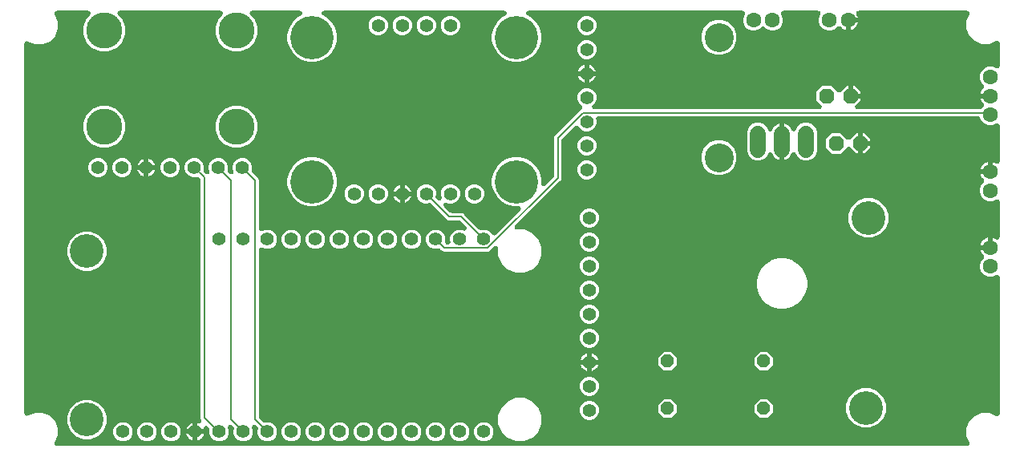
<source format=gbr>
G04 EAGLE Gerber RS-274X export*
G75*
%MOMM*%
%FSLAX34Y34*%
%LPD*%
%INBottom Copper*%
%IPPOS*%
%AMOC8*
5,1,8,0,0,1.08239X$1,22.5*%
G01*
%ADD10C,1.408000*%
%ADD11C,3.556000*%
%ADD12C,3.048000*%
%ADD13C,3.810000*%
%ADD14C,4.572000*%
%ADD15C,1.676400*%
%ADD16C,1.600000*%
%ADD17P,1.429621X8X22.500000*%
%ADD18P,1.732040X8X22.500000*%
%ADD19C,0.152400*%

G36*
X1005607Y10168D02*
X1005607Y10168D01*
X1005689Y10166D01*
X1005830Y10188D01*
X1005973Y10201D01*
X1006053Y10222D01*
X1006134Y10235D01*
X1006269Y10281D01*
X1006407Y10319D01*
X1006482Y10355D01*
X1006560Y10381D01*
X1006685Y10451D01*
X1006814Y10513D01*
X1006881Y10560D01*
X1006953Y10601D01*
X1007064Y10691D01*
X1007180Y10775D01*
X1007238Y10834D01*
X1007301Y10886D01*
X1007394Y10995D01*
X1007494Y11097D01*
X1007540Y11166D01*
X1007594Y11228D01*
X1007666Y11352D01*
X1007746Y11470D01*
X1007780Y11546D01*
X1007821Y11617D01*
X1007871Y11751D01*
X1007929Y11882D01*
X1007948Y11962D01*
X1007976Y12040D01*
X1008001Y12181D01*
X1008035Y12320D01*
X1008040Y12402D01*
X1008055Y12483D01*
X1008054Y12626D01*
X1008063Y12769D01*
X1008053Y12851D01*
X1008053Y12933D01*
X1008027Y13074D01*
X1008011Y13216D01*
X1007987Y13295D01*
X1007972Y13376D01*
X1007892Y13610D01*
X1007881Y13647D01*
X1007876Y13657D01*
X1007871Y13672D01*
X1004839Y20990D01*
X1004839Y29010D01*
X1007909Y36420D01*
X1013580Y42091D01*
X1020990Y45161D01*
X1029010Y45161D01*
X1036328Y42129D01*
X1036407Y42105D01*
X1036482Y42071D01*
X1036621Y42038D01*
X1036758Y41995D01*
X1036840Y41984D01*
X1036920Y41965D01*
X1037062Y41956D01*
X1037205Y41938D01*
X1037287Y41942D01*
X1037369Y41937D01*
X1037511Y41954D01*
X1037654Y41961D01*
X1037734Y41980D01*
X1037816Y41989D01*
X1037954Y42031D01*
X1038093Y42063D01*
X1038168Y42096D01*
X1038247Y42119D01*
X1038375Y42184D01*
X1038506Y42241D01*
X1038575Y42287D01*
X1038649Y42324D01*
X1038763Y42410D01*
X1038882Y42489D01*
X1038942Y42546D01*
X1039007Y42596D01*
X1039104Y42701D01*
X1039208Y42800D01*
X1039257Y42866D01*
X1039313Y42927D01*
X1039390Y43048D01*
X1039474Y43163D01*
X1039510Y43237D01*
X1039554Y43307D01*
X1039609Y43439D01*
X1039672Y43568D01*
X1039694Y43647D01*
X1039725Y43723D01*
X1039755Y43863D01*
X1039795Y44001D01*
X1039803Y44083D01*
X1039820Y44164D01*
X1039835Y44409D01*
X1039839Y44449D01*
X1039838Y44460D01*
X1039839Y44475D01*
X1039839Y188316D01*
X1039832Y188398D01*
X1039834Y188481D01*
X1039812Y188622D01*
X1039799Y188765D01*
X1039778Y188844D01*
X1039765Y188926D01*
X1039719Y189061D01*
X1039681Y189199D01*
X1039645Y189273D01*
X1039619Y189351D01*
X1039549Y189477D01*
X1039487Y189606D01*
X1039440Y189673D01*
X1039399Y189745D01*
X1039309Y189855D01*
X1039225Y189972D01*
X1039166Y190029D01*
X1039114Y190093D01*
X1039005Y190186D01*
X1038903Y190286D01*
X1038834Y190332D01*
X1038772Y190386D01*
X1038648Y190458D01*
X1038530Y190538D01*
X1038454Y190571D01*
X1038383Y190613D01*
X1038249Y190662D01*
X1038118Y190720D01*
X1038038Y190740D01*
X1037960Y190768D01*
X1037819Y190793D01*
X1037680Y190827D01*
X1037598Y190832D01*
X1037517Y190846D01*
X1037374Y190846D01*
X1037231Y190855D01*
X1037149Y190845D01*
X1037067Y190845D01*
X1036926Y190819D01*
X1036784Y190802D01*
X1036705Y190779D01*
X1036624Y190764D01*
X1036390Y190684D01*
X1036353Y190672D01*
X1036343Y190667D01*
X1036328Y190662D01*
X1032198Y188951D01*
X1027802Y188951D01*
X1023741Y190633D01*
X1020633Y193741D01*
X1018951Y197802D01*
X1018951Y202198D01*
X1020633Y206259D01*
X1022938Y208564D01*
X1022961Y208590D01*
X1022987Y208613D01*
X1023105Y208763D01*
X1023227Y208909D01*
X1023244Y208939D01*
X1023266Y208966D01*
X1023356Y209135D01*
X1023451Y209300D01*
X1023462Y209333D01*
X1023479Y209363D01*
X1023538Y209544D01*
X1023602Y209724D01*
X1023607Y209758D01*
X1023618Y209791D01*
X1023644Y209981D01*
X1023675Y210168D01*
X1023675Y210203D01*
X1023679Y210237D01*
X1023671Y210428D01*
X1023669Y210619D01*
X1023662Y210653D01*
X1023661Y210687D01*
X1023620Y210874D01*
X1023583Y211061D01*
X1023571Y211093D01*
X1023563Y211127D01*
X1023490Y211303D01*
X1023421Y211481D01*
X1023403Y211510D01*
X1023390Y211542D01*
X1023286Y211703D01*
X1023187Y211866D01*
X1023164Y211892D01*
X1023145Y211921D01*
X1022938Y212155D01*
X1021960Y213133D01*
X1020985Y214475D01*
X1020232Y215954D01*
X1019742Y217461D01*
X1030000Y217461D01*
X1030034Y217464D01*
X1030069Y217462D01*
X1030258Y217484D01*
X1030448Y217500D01*
X1030482Y217510D01*
X1030516Y217514D01*
X1030699Y217569D01*
X1030883Y217619D01*
X1030914Y217634D01*
X1030947Y217644D01*
X1031118Y217731D01*
X1031289Y217812D01*
X1031317Y217833D01*
X1031348Y217848D01*
X1031500Y217963D01*
X1031655Y218075D01*
X1031679Y218099D01*
X1031707Y218120D01*
X1031707Y218121D01*
X1031836Y218260D01*
X1031969Y218397D01*
X1031970Y218398D01*
X1031989Y218426D01*
X1032013Y218452D01*
X1032115Y218613D01*
X1032222Y218771D01*
X1032236Y218802D01*
X1032254Y218832D01*
X1032327Y219008D01*
X1032404Y219183D01*
X1032412Y219216D01*
X1032425Y219248D01*
X1032466Y219435D01*
X1032511Y219620D01*
X1032513Y219654D01*
X1032520Y219688D01*
X1032539Y220000D01*
X1032539Y230258D01*
X1034046Y229768D01*
X1035524Y229015D01*
X1035807Y228810D01*
X1035941Y228730D01*
X1036070Y228642D01*
X1036134Y228614D01*
X1036194Y228578D01*
X1036339Y228523D01*
X1036482Y228460D01*
X1036550Y228444D01*
X1036615Y228419D01*
X1036768Y228390D01*
X1036920Y228353D01*
X1036989Y228349D01*
X1037057Y228336D01*
X1037213Y228335D01*
X1037369Y228326D01*
X1037438Y228334D01*
X1037508Y228333D01*
X1037661Y228360D01*
X1037816Y228378D01*
X1037883Y228398D01*
X1037951Y228410D01*
X1038098Y228463D01*
X1038247Y228508D01*
X1038309Y228540D01*
X1038375Y228563D01*
X1038510Y228642D01*
X1038649Y228712D01*
X1038704Y228754D01*
X1038764Y228789D01*
X1038883Y228890D01*
X1039007Y228984D01*
X1039054Y229035D01*
X1039107Y229080D01*
X1039207Y229201D01*
X1039313Y229316D01*
X1039350Y229374D01*
X1039394Y229428D01*
X1039470Y229564D01*
X1039554Y229695D01*
X1039581Y229760D01*
X1039615Y229820D01*
X1039666Y229967D01*
X1039725Y230112D01*
X1039740Y230180D01*
X1039763Y230245D01*
X1039787Y230399D01*
X1039820Y230552D01*
X1039826Y230641D01*
X1039833Y230690D01*
X1039832Y230748D01*
X1039839Y230864D01*
X1039839Y268316D01*
X1039832Y268398D01*
X1039834Y268481D01*
X1039812Y268622D01*
X1039799Y268765D01*
X1039778Y268844D01*
X1039765Y268926D01*
X1039719Y269061D01*
X1039681Y269199D01*
X1039645Y269273D01*
X1039619Y269351D01*
X1039549Y269477D01*
X1039487Y269606D01*
X1039440Y269673D01*
X1039399Y269745D01*
X1039309Y269855D01*
X1039225Y269972D01*
X1039166Y270029D01*
X1039114Y270093D01*
X1039005Y270186D01*
X1038903Y270286D01*
X1038834Y270332D01*
X1038772Y270386D01*
X1038648Y270458D01*
X1038530Y270538D01*
X1038454Y270571D01*
X1038383Y270613D01*
X1038249Y270662D01*
X1038118Y270720D01*
X1038038Y270740D01*
X1037960Y270768D01*
X1037819Y270793D01*
X1037680Y270827D01*
X1037598Y270832D01*
X1037517Y270846D01*
X1037374Y270846D01*
X1037231Y270855D01*
X1037149Y270845D01*
X1037067Y270845D01*
X1036926Y270819D01*
X1036784Y270802D01*
X1036705Y270779D01*
X1036624Y270764D01*
X1036390Y270684D01*
X1036353Y270672D01*
X1036343Y270667D01*
X1036328Y270662D01*
X1032198Y268951D01*
X1027802Y268951D01*
X1023741Y270633D01*
X1020633Y273741D01*
X1018951Y277802D01*
X1018951Y282198D01*
X1020633Y286259D01*
X1022938Y288564D01*
X1022961Y288590D01*
X1022987Y288613D01*
X1023105Y288763D01*
X1023227Y288909D01*
X1023244Y288939D01*
X1023266Y288966D01*
X1023356Y289135D01*
X1023451Y289300D01*
X1023462Y289333D01*
X1023479Y289363D01*
X1023538Y289544D01*
X1023602Y289724D01*
X1023607Y289758D01*
X1023618Y289791D01*
X1023644Y289981D01*
X1023675Y290168D01*
X1023675Y290203D01*
X1023679Y290237D01*
X1023671Y290428D01*
X1023669Y290619D01*
X1023662Y290653D01*
X1023661Y290687D01*
X1023620Y290874D01*
X1023583Y291061D01*
X1023571Y291093D01*
X1023563Y291127D01*
X1023490Y291303D01*
X1023421Y291481D01*
X1023403Y291510D01*
X1023390Y291542D01*
X1023286Y291703D01*
X1023187Y291866D01*
X1023164Y291892D01*
X1023145Y291921D01*
X1022938Y292155D01*
X1021960Y293133D01*
X1020985Y294475D01*
X1020232Y295954D01*
X1019742Y297461D01*
X1030000Y297461D01*
X1030034Y297464D01*
X1030069Y297462D01*
X1030258Y297484D01*
X1030448Y297500D01*
X1030482Y297510D01*
X1030516Y297514D01*
X1030699Y297569D01*
X1030883Y297619D01*
X1030914Y297634D01*
X1030947Y297644D01*
X1031118Y297731D01*
X1031289Y297812D01*
X1031317Y297833D01*
X1031348Y297848D01*
X1031500Y297963D01*
X1031655Y298075D01*
X1031679Y298099D01*
X1031707Y298120D01*
X1031707Y298121D01*
X1031836Y298260D01*
X1031969Y298397D01*
X1031970Y298398D01*
X1031989Y298426D01*
X1032013Y298452D01*
X1032115Y298613D01*
X1032222Y298771D01*
X1032236Y298802D01*
X1032254Y298832D01*
X1032327Y299008D01*
X1032404Y299183D01*
X1032412Y299216D01*
X1032425Y299248D01*
X1032466Y299435D01*
X1032511Y299620D01*
X1032513Y299654D01*
X1032520Y299688D01*
X1032539Y300000D01*
X1032539Y310258D01*
X1034046Y309768D01*
X1035525Y309015D01*
X1035807Y308810D01*
X1035941Y308730D01*
X1036070Y308642D01*
X1036134Y308614D01*
X1036194Y308578D01*
X1036340Y308523D01*
X1036482Y308460D01*
X1036550Y308444D01*
X1036615Y308419D01*
X1036768Y308390D01*
X1036920Y308353D01*
X1036989Y308349D01*
X1037057Y308336D01*
X1037213Y308335D01*
X1037369Y308326D01*
X1037438Y308334D01*
X1037508Y308333D01*
X1037661Y308360D01*
X1037816Y308378D01*
X1037883Y308398D01*
X1037951Y308410D01*
X1038098Y308463D01*
X1038247Y308508D01*
X1038309Y308540D01*
X1038375Y308563D01*
X1038510Y308642D01*
X1038649Y308712D01*
X1038704Y308754D01*
X1038764Y308789D01*
X1038883Y308890D01*
X1039007Y308984D01*
X1039054Y309036D01*
X1039108Y309081D01*
X1039207Y309201D01*
X1039313Y309316D01*
X1039350Y309374D01*
X1039394Y309428D01*
X1039470Y309564D01*
X1039554Y309695D01*
X1039581Y309760D01*
X1039615Y309820D01*
X1039666Y309968D01*
X1039725Y310112D01*
X1039740Y310180D01*
X1039763Y310246D01*
X1039787Y310399D01*
X1039820Y310552D01*
X1039826Y310641D01*
X1039833Y310690D01*
X1039832Y310748D01*
X1039839Y310864D01*
X1039839Y348316D01*
X1039832Y348398D01*
X1039834Y348481D01*
X1039812Y348622D01*
X1039799Y348765D01*
X1039778Y348844D01*
X1039765Y348926D01*
X1039719Y349061D01*
X1039681Y349199D01*
X1039645Y349273D01*
X1039619Y349351D01*
X1039549Y349477D01*
X1039487Y349606D01*
X1039440Y349673D01*
X1039399Y349745D01*
X1039309Y349855D01*
X1039225Y349972D01*
X1039166Y350029D01*
X1039114Y350093D01*
X1039005Y350186D01*
X1038903Y350286D01*
X1038834Y350332D01*
X1038772Y350386D01*
X1038648Y350458D01*
X1038530Y350538D01*
X1038454Y350571D01*
X1038383Y350613D01*
X1038249Y350662D01*
X1038118Y350720D01*
X1038038Y350740D01*
X1037960Y350768D01*
X1037819Y350793D01*
X1037680Y350827D01*
X1037598Y350832D01*
X1037517Y350846D01*
X1037374Y350846D01*
X1037231Y350855D01*
X1037149Y350845D01*
X1037067Y350845D01*
X1036926Y350819D01*
X1036784Y350802D01*
X1036705Y350779D01*
X1036624Y350764D01*
X1036390Y350684D01*
X1036353Y350672D01*
X1036343Y350667D01*
X1036328Y350662D01*
X1032198Y348951D01*
X1027802Y348951D01*
X1023741Y350633D01*
X1020633Y353741D01*
X1019347Y356848D01*
X1019249Y357035D01*
X1019152Y357225D01*
X1019144Y357235D01*
X1019138Y357247D01*
X1019008Y357414D01*
X1018880Y357583D01*
X1018870Y357592D01*
X1018862Y357603D01*
X1018705Y357745D01*
X1018549Y357889D01*
X1018538Y357896D01*
X1018528Y357905D01*
X1018348Y358016D01*
X1018169Y358130D01*
X1018157Y358135D01*
X1018146Y358142D01*
X1017949Y358221D01*
X1017753Y358301D01*
X1017740Y358304D01*
X1017728Y358309D01*
X1017520Y358351D01*
X1017313Y358396D01*
X1017297Y358397D01*
X1017286Y358399D01*
X1017247Y358400D01*
X1017001Y358415D01*
X616336Y358415D01*
X616254Y358408D01*
X616171Y358410D01*
X616030Y358388D01*
X615887Y358375D01*
X615808Y358354D01*
X615726Y358341D01*
X615591Y358295D01*
X615453Y358257D01*
X615379Y358222D01*
X615300Y358195D01*
X615175Y358125D01*
X615046Y358063D01*
X614979Y358016D01*
X614907Y357975D01*
X614797Y357885D01*
X614680Y357801D01*
X614623Y357742D01*
X614559Y357690D01*
X614466Y357581D01*
X614366Y357479D01*
X614320Y357410D01*
X614266Y357348D01*
X614194Y357224D01*
X614114Y357106D01*
X614081Y357030D01*
X614039Y356959D01*
X613990Y356825D01*
X613932Y356694D01*
X613912Y356614D01*
X613884Y356536D01*
X613859Y356395D01*
X613825Y356256D01*
X613820Y356174D01*
X613806Y356093D01*
X613806Y355950D01*
X613797Y355807D01*
X613807Y355725D01*
X613807Y355643D01*
X613833Y355502D01*
X613849Y355360D01*
X613873Y355281D01*
X613888Y355200D01*
X613968Y354967D01*
X613980Y354929D01*
X613985Y354919D01*
X613989Y354907D01*
X613989Y350893D01*
X612453Y347185D01*
X609615Y344347D01*
X605907Y342811D01*
X601893Y342811D01*
X598185Y344347D01*
X595347Y347186D01*
X595310Y347256D01*
X595280Y347333D01*
X595206Y347455D01*
X595140Y347582D01*
X595089Y347647D01*
X595046Y347717D01*
X594952Y347825D01*
X594864Y347938D01*
X594803Y347993D01*
X594748Y348055D01*
X594636Y348143D01*
X594530Y348239D01*
X594460Y348283D01*
X594395Y348334D01*
X594269Y348402D01*
X594147Y348477D01*
X594071Y348508D01*
X593998Y348547D01*
X593862Y348591D01*
X593729Y348644D01*
X593648Y348661D01*
X593570Y348686D01*
X593428Y348706D01*
X593288Y348734D01*
X593206Y348736D01*
X593124Y348747D01*
X592981Y348742D01*
X592838Y348745D01*
X592756Y348732D01*
X592674Y348729D01*
X592534Y348698D01*
X592393Y348676D01*
X592315Y348649D01*
X592235Y348631D01*
X592102Y348576D01*
X591967Y348530D01*
X591895Y348490D01*
X591819Y348458D01*
X591699Y348380D01*
X591574Y348310D01*
X591510Y348258D01*
X591441Y348214D01*
X591256Y348050D01*
X591226Y348025D01*
X591219Y348017D01*
X591207Y348007D01*
X578155Y334954D01*
X578049Y334828D01*
X577938Y334707D01*
X577905Y334656D01*
X577866Y334609D01*
X577784Y334466D01*
X577696Y334328D01*
X577673Y334271D01*
X577642Y334218D01*
X577587Y334063D01*
X577525Y333911D01*
X577512Y333851D01*
X577492Y333794D01*
X577465Y333632D01*
X577430Y333471D01*
X577425Y333394D01*
X577418Y333350D01*
X577419Y333289D01*
X577411Y333159D01*
X577411Y292953D01*
X576831Y291553D01*
X575402Y290123D01*
X528374Y243096D01*
X528290Y242996D01*
X528200Y242903D01*
X528146Y242823D01*
X528085Y242750D01*
X528020Y242637D01*
X527948Y242530D01*
X527909Y242442D01*
X527861Y242359D01*
X527818Y242237D01*
X527765Y242118D01*
X527743Y242025D01*
X527711Y241935D01*
X527689Y241806D01*
X527659Y241680D01*
X527653Y241585D01*
X527637Y241491D01*
X527639Y241360D01*
X527631Y241231D01*
X527642Y241136D01*
X527643Y241040D01*
X527668Y240913D01*
X527683Y240784D01*
X527711Y240692D01*
X527729Y240598D01*
X527776Y240477D01*
X527813Y240353D01*
X527857Y240268D01*
X527891Y240178D01*
X527959Y240067D01*
X528018Y239951D01*
X528075Y239875D01*
X528125Y239794D01*
X528211Y239696D01*
X528290Y239593D01*
X528360Y239528D01*
X528423Y239456D01*
X528525Y239376D01*
X528621Y239287D01*
X528702Y239236D01*
X528776Y239177D01*
X528891Y239116D01*
X529001Y239046D01*
X529089Y239009D01*
X529173Y238964D01*
X529297Y238924D01*
X529417Y238875D01*
X529511Y238855D01*
X529601Y238825D01*
X529730Y238807D01*
X529857Y238780D01*
X529987Y238772D01*
X530048Y238764D01*
X530092Y238765D01*
X530169Y238761D01*
X537947Y238761D01*
X546350Y235280D01*
X552780Y228850D01*
X556261Y220447D01*
X556261Y211353D01*
X552780Y202950D01*
X546350Y196520D01*
X537947Y193039D01*
X528853Y193039D01*
X520450Y196520D01*
X514020Y202950D01*
X510539Y211353D01*
X510539Y219131D01*
X510528Y219260D01*
X510526Y219390D01*
X510508Y219484D01*
X510499Y219579D01*
X510465Y219705D01*
X510440Y219832D01*
X510406Y219922D01*
X510381Y220014D01*
X510325Y220131D01*
X510278Y220252D01*
X510228Y220334D01*
X510187Y220420D01*
X510112Y220526D01*
X510044Y220637D01*
X509981Y220709D01*
X509925Y220786D01*
X509832Y220877D01*
X509746Y220974D01*
X509671Y221034D01*
X509603Y221100D01*
X509495Y221173D01*
X509393Y221254D01*
X509309Y221299D01*
X509230Y221352D01*
X509111Y221405D01*
X508996Y221466D01*
X508905Y221496D01*
X508818Y221535D01*
X508691Y221566D01*
X508568Y221606D01*
X508473Y221619D01*
X508380Y221641D01*
X508251Y221649D01*
X508122Y221667D01*
X508026Y221663D01*
X507931Y221669D01*
X507802Y221654D01*
X507672Y221649D01*
X507579Y221628D01*
X507484Y221617D01*
X507359Y221579D01*
X507232Y221551D01*
X507144Y221514D01*
X507053Y221487D01*
X506937Y221428D01*
X506817Y221377D01*
X506737Y221326D01*
X506651Y221282D01*
X506548Y221204D01*
X506439Y221133D01*
X506341Y221047D01*
X506293Y221010D01*
X506262Y220977D01*
X506204Y220926D01*
X501322Y216043D01*
X499921Y215463D01*
X453068Y215463D01*
X451667Y216043D01*
X450238Y217473D01*
X449611Y218100D01*
X449449Y218236D01*
X449287Y218374D01*
X449275Y218381D01*
X449265Y218389D01*
X449082Y218494D01*
X448898Y218601D01*
X448886Y218606D01*
X448874Y218612D01*
X448674Y218684D01*
X448475Y218757D01*
X448462Y218759D01*
X448450Y218763D01*
X448241Y218798D01*
X448032Y218835D01*
X448019Y218835D01*
X448006Y218837D01*
X447794Y218834D01*
X447582Y218833D01*
X447569Y218831D01*
X447556Y218831D01*
X447345Y218790D01*
X447139Y218752D01*
X447124Y218747D01*
X447114Y218745D01*
X447076Y218731D01*
X446843Y218651D01*
X446507Y218511D01*
X442493Y218511D01*
X438785Y220047D01*
X435947Y222885D01*
X434411Y226593D01*
X434411Y230607D01*
X435947Y234315D01*
X438785Y237153D01*
X442493Y238689D01*
X446507Y238689D01*
X450215Y237153D01*
X453053Y234315D01*
X454589Y230607D01*
X454589Y226593D01*
X454565Y226517D01*
X454532Y226442D01*
X454498Y226303D01*
X454455Y226166D01*
X454445Y226084D01*
X454425Y226004D01*
X454416Y225861D01*
X454398Y225720D01*
X454402Y225637D01*
X454397Y225555D01*
X454414Y225413D01*
X454421Y225270D01*
X454440Y225190D01*
X454449Y225108D01*
X454491Y224970D01*
X454523Y224831D01*
X454556Y224756D01*
X454580Y224677D01*
X454645Y224549D01*
X454701Y224418D01*
X454747Y224349D01*
X454784Y224275D01*
X454871Y224161D01*
X454949Y224042D01*
X455006Y223982D01*
X455056Y223917D01*
X455161Y223820D01*
X455260Y223716D01*
X455327Y223667D01*
X455387Y223611D01*
X455508Y223535D01*
X455623Y223450D01*
X455698Y223414D01*
X455767Y223370D01*
X455899Y223315D01*
X456028Y223252D01*
X456107Y223230D01*
X456184Y223199D01*
X456323Y223169D01*
X456461Y223129D01*
X456543Y223121D01*
X456624Y223104D01*
X456870Y223089D01*
X456909Y223085D01*
X456920Y223086D01*
X456936Y223085D01*
X457464Y223085D01*
X457547Y223092D01*
X457629Y223090D01*
X457770Y223112D01*
X457913Y223125D01*
X457992Y223146D01*
X458074Y223159D01*
X458209Y223206D01*
X458347Y223243D01*
X458421Y223278D01*
X458500Y223305D01*
X458625Y223375D01*
X458754Y223437D01*
X458821Y223484D01*
X458893Y223525D01*
X459004Y223615D01*
X459120Y223699D01*
X459177Y223758D01*
X459241Y223810D01*
X459334Y223919D01*
X459434Y224021D01*
X459480Y224090D01*
X459534Y224152D01*
X459606Y224276D01*
X459686Y224394D01*
X459719Y224470D01*
X459761Y224541D01*
X459810Y224675D01*
X459868Y224806D01*
X459888Y224886D01*
X459916Y224964D01*
X459941Y225105D01*
X459975Y225244D01*
X459980Y225326D01*
X459994Y225407D01*
X459994Y225550D01*
X460003Y225693D01*
X459993Y225775D01*
X459993Y225857D01*
X459967Y225998D01*
X459951Y226140D01*
X459927Y226219D01*
X459912Y226300D01*
X459832Y226533D01*
X459820Y226571D01*
X459815Y226581D01*
X459811Y226593D01*
X459811Y230607D01*
X461347Y234315D01*
X464185Y237153D01*
X467893Y238689D01*
X471907Y238689D01*
X473625Y237977D01*
X473794Y237924D01*
X473962Y237864D01*
X474009Y237856D01*
X474055Y237842D01*
X474230Y237820D01*
X474406Y237791D01*
X474454Y237791D01*
X474501Y237785D01*
X474679Y237795D01*
X474856Y237797D01*
X474903Y237806D01*
X474951Y237808D01*
X475124Y237849D01*
X475298Y237882D01*
X475343Y237900D01*
X475390Y237911D01*
X475552Y237981D01*
X475718Y238045D01*
X475759Y238070D01*
X475803Y238089D01*
X475951Y238186D01*
X476103Y238279D01*
X476139Y238310D01*
X476179Y238337D01*
X476308Y238460D01*
X476441Y238577D01*
X476470Y238614D01*
X476505Y238647D01*
X476610Y238791D01*
X476720Y238930D01*
X476742Y238972D01*
X476771Y239011D01*
X476849Y239170D01*
X476933Y239327D01*
X476947Y239372D01*
X476968Y239415D01*
X477017Y239586D01*
X477072Y239755D01*
X477078Y239802D01*
X477091Y239848D01*
X477109Y240025D01*
X477133Y240201D01*
X477131Y240249D01*
X477136Y240296D01*
X477122Y240473D01*
X477115Y240651D01*
X477104Y240698D01*
X477101Y240745D01*
X477056Y240917D01*
X477017Y241091D01*
X476999Y241135D01*
X476987Y241181D01*
X476912Y241342D01*
X476844Y241506D01*
X476818Y241546D01*
X476798Y241590D01*
X476696Y241735D01*
X476599Y241884D01*
X476560Y241929D01*
X476539Y241958D01*
X476495Y242003D01*
X476392Y242118D01*
X470415Y248096D01*
X470289Y248201D01*
X470168Y248313D01*
X470117Y248345D01*
X470070Y248384D01*
X469927Y248466D01*
X469788Y248554D01*
X469732Y248578D01*
X469679Y248608D01*
X469524Y248663D01*
X469372Y248725D01*
X469312Y248738D01*
X469255Y248759D01*
X469092Y248785D01*
X468932Y248820D01*
X468855Y248825D01*
X468810Y248832D01*
X468749Y248831D01*
X468620Y248839D01*
X457792Y248839D01*
X456391Y249419D01*
X439611Y266200D01*
X439447Y266337D01*
X439287Y266474D01*
X439275Y266481D01*
X439265Y266489D01*
X439081Y266594D01*
X438898Y266701D01*
X438886Y266706D01*
X438874Y266713D01*
X438674Y266784D01*
X438475Y266857D01*
X438462Y266859D01*
X438450Y266863D01*
X438239Y266898D01*
X438032Y266935D01*
X438019Y266935D01*
X438006Y266937D01*
X437792Y266934D01*
X437582Y266933D01*
X437569Y266931D01*
X437556Y266931D01*
X437346Y266890D01*
X437139Y266852D01*
X437124Y266847D01*
X437113Y266845D01*
X437076Y266831D01*
X436843Y266751D01*
X436507Y266611D01*
X432493Y266611D01*
X428785Y268147D01*
X425947Y270985D01*
X424411Y274693D01*
X424411Y278707D01*
X425947Y282415D01*
X428785Y285253D01*
X432493Y286789D01*
X436507Y286789D01*
X440215Y285253D01*
X443053Y282415D01*
X444589Y278707D01*
X444589Y274693D01*
X444449Y274357D01*
X444386Y274154D01*
X444320Y273953D01*
X444319Y273940D01*
X444315Y273927D01*
X444288Y273716D01*
X444259Y273507D01*
X444259Y273494D01*
X444258Y273480D01*
X444269Y273269D01*
X444277Y273057D01*
X444280Y273044D01*
X444281Y273031D01*
X444329Y272824D01*
X444375Y272617D01*
X444380Y272605D01*
X444383Y272592D01*
X444467Y272398D01*
X444548Y272202D01*
X444556Y272191D01*
X444561Y272179D01*
X444677Y272002D01*
X444793Y271824D01*
X444803Y271812D01*
X444809Y271803D01*
X444836Y271774D01*
X445000Y271589D01*
X446382Y270208D01*
X446518Y270094D01*
X446650Y269975D01*
X446690Y269949D01*
X446727Y269919D01*
X446881Y269831D01*
X447032Y269737D01*
X447076Y269719D01*
X447118Y269695D01*
X447285Y269636D01*
X447450Y269570D01*
X447497Y269561D01*
X447542Y269545D01*
X447718Y269516D01*
X447891Y269480D01*
X447939Y269479D01*
X447986Y269471D01*
X448165Y269473D01*
X448341Y269469D01*
X448389Y269477D01*
X448437Y269477D01*
X448612Y269511D01*
X448786Y269538D01*
X448832Y269554D01*
X448879Y269563D01*
X449045Y269627D01*
X449212Y269684D01*
X449254Y269708D01*
X449299Y269725D01*
X449451Y269817D01*
X449606Y269904D01*
X449643Y269934D01*
X449683Y269959D01*
X449816Y270076D01*
X449954Y270189D01*
X449985Y270226D01*
X450021Y270257D01*
X450131Y270396D01*
X450246Y270531D01*
X450271Y270573D01*
X450300Y270610D01*
X450384Y270767D01*
X450474Y270920D01*
X450490Y270965D01*
X450513Y271007D01*
X450568Y271176D01*
X450629Y271343D01*
X450637Y271390D01*
X450652Y271435D01*
X450676Y271611D01*
X450707Y271786D01*
X450707Y271834D01*
X450713Y271881D01*
X450706Y272059D01*
X450706Y272236D01*
X450697Y272283D01*
X450695Y272331D01*
X450657Y272505D01*
X450625Y272679D01*
X450605Y272736D01*
X450597Y272771D01*
X450573Y272829D01*
X450523Y272975D01*
X449811Y274693D01*
X449811Y278707D01*
X451347Y282415D01*
X454185Y285253D01*
X457893Y286789D01*
X461907Y286789D01*
X465615Y285253D01*
X468453Y282415D01*
X469989Y278707D01*
X469989Y274693D01*
X468453Y270985D01*
X465615Y268147D01*
X461907Y266611D01*
X457893Y266611D01*
X456175Y267323D01*
X456005Y267376D01*
X455838Y267436D01*
X455791Y267443D01*
X455745Y267458D01*
X455569Y267480D01*
X455394Y267509D01*
X455346Y267509D01*
X455299Y267515D01*
X455121Y267505D01*
X454944Y267503D01*
X454897Y267494D01*
X454849Y267491D01*
X454676Y267451D01*
X454502Y267417D01*
X454457Y267400D01*
X454410Y267389D01*
X454247Y267319D01*
X454082Y267255D01*
X454041Y267230D01*
X453997Y267211D01*
X453848Y267113D01*
X453697Y267021D01*
X453661Y266990D01*
X453621Y266963D01*
X453493Y266841D01*
X453359Y266723D01*
X453330Y266686D01*
X453295Y266653D01*
X453190Y266509D01*
X453080Y266370D01*
X453057Y266328D01*
X453029Y266289D01*
X452951Y266130D01*
X452867Y265973D01*
X452853Y265928D01*
X452832Y265885D01*
X452783Y265714D01*
X452728Y265545D01*
X452722Y265498D01*
X452709Y265451D01*
X452691Y265275D01*
X452667Y265099D01*
X452669Y265051D01*
X452664Y265003D01*
X452678Y264827D01*
X452685Y264649D01*
X452696Y264602D01*
X452699Y264555D01*
X452744Y264383D01*
X452783Y264209D01*
X452801Y264165D01*
X452813Y264119D01*
X452888Y263957D01*
X452956Y263794D01*
X452982Y263754D01*
X453002Y263710D01*
X453104Y263565D01*
X453201Y263416D01*
X453240Y263371D01*
X453261Y263342D01*
X453305Y263297D01*
X453408Y263182D01*
X459385Y257204D01*
X459511Y257099D01*
X459632Y256987D01*
X459683Y256955D01*
X459730Y256916D01*
X459873Y256834D01*
X460012Y256746D01*
X460068Y256722D01*
X460121Y256692D01*
X460276Y256637D01*
X460428Y256575D01*
X460488Y256562D01*
X460545Y256541D01*
X460708Y256515D01*
X460868Y256480D01*
X460945Y256475D01*
X460990Y256468D01*
X461051Y256469D01*
X461180Y256461D01*
X472008Y256461D01*
X473409Y255881D01*
X474838Y254451D01*
X490189Y239100D01*
X490353Y238963D01*
X490513Y238826D01*
X490525Y238819D01*
X490535Y238811D01*
X490719Y238706D01*
X490902Y238599D01*
X490914Y238594D01*
X490926Y238587D01*
X491126Y238516D01*
X491325Y238443D01*
X491338Y238441D01*
X491350Y238437D01*
X491561Y238402D01*
X491768Y238365D01*
X491781Y238365D01*
X491794Y238363D01*
X492008Y238366D01*
X492218Y238367D01*
X492231Y238369D01*
X492244Y238369D01*
X492454Y238410D01*
X492661Y238448D01*
X492676Y238453D01*
X492687Y238455D01*
X492724Y238469D01*
X492957Y238549D01*
X493293Y238689D01*
X497307Y238689D01*
X501015Y237153D01*
X503853Y234314D01*
X503890Y234244D01*
X503920Y234167D01*
X503994Y234045D01*
X504060Y233918D01*
X504111Y233853D01*
X504154Y233783D01*
X504248Y233675D01*
X504336Y233562D01*
X504397Y233507D01*
X504452Y233445D01*
X504564Y233357D01*
X504670Y233261D01*
X504740Y233217D01*
X504805Y233166D01*
X504931Y233098D01*
X505053Y233023D01*
X505129Y232992D01*
X505202Y232953D01*
X505338Y232909D01*
X505471Y232856D01*
X505552Y232839D01*
X505630Y232814D01*
X505772Y232794D01*
X505912Y232766D01*
X505994Y232764D01*
X506076Y232753D01*
X506219Y232758D01*
X506362Y232755D01*
X506444Y232768D01*
X506526Y232771D01*
X506666Y232802D01*
X506807Y232824D01*
X506885Y232851D01*
X506965Y232869D01*
X507098Y232924D01*
X507233Y232970D01*
X507305Y233010D01*
X507381Y233042D01*
X507501Y233120D01*
X507626Y233190D01*
X507690Y233242D01*
X507759Y233286D01*
X507944Y233450D01*
X507974Y233475D01*
X507981Y233483D01*
X507993Y233493D01*
X533656Y259156D01*
X533740Y259256D01*
X533830Y259349D01*
X533884Y259429D01*
X533945Y259502D01*
X534010Y259615D01*
X534083Y259722D01*
X534121Y259810D01*
X534169Y259893D01*
X534212Y260015D01*
X534265Y260134D01*
X534287Y260227D01*
X534319Y260317D01*
X534341Y260446D01*
X534371Y260572D01*
X534377Y260667D01*
X534393Y260761D01*
X534391Y260892D01*
X534399Y261021D01*
X534388Y261116D01*
X534387Y261212D01*
X534362Y261339D01*
X534347Y261468D01*
X534319Y261560D01*
X534301Y261654D01*
X534254Y261775D01*
X534217Y261899D01*
X534173Y261984D01*
X534139Y262074D01*
X534071Y262185D01*
X534012Y262301D01*
X533955Y262377D01*
X533905Y262458D01*
X533819Y262556D01*
X533740Y262659D01*
X533670Y262724D01*
X533607Y262796D01*
X533505Y262876D01*
X533409Y262965D01*
X533329Y263016D01*
X533254Y263075D01*
X533139Y263136D01*
X533030Y263206D01*
X532941Y263243D01*
X532857Y263288D01*
X532733Y263328D01*
X532613Y263377D01*
X532519Y263397D01*
X532429Y263427D01*
X532300Y263445D01*
X532173Y263472D01*
X532043Y263480D01*
X531983Y263488D01*
X531938Y263487D01*
X531861Y263491D01*
X526339Y263491D01*
X519750Y265257D01*
X513842Y268668D01*
X509018Y273492D01*
X505607Y279400D01*
X503841Y285989D01*
X503841Y292811D01*
X505607Y299400D01*
X509018Y305308D01*
X513842Y310132D01*
X519750Y313543D01*
X526339Y315309D01*
X533161Y315309D01*
X539750Y313543D01*
X545658Y310132D01*
X550482Y305308D01*
X553893Y299400D01*
X555659Y292811D01*
X555659Y287289D01*
X555670Y287160D01*
X555672Y287030D01*
X555690Y286936D01*
X555699Y286841D01*
X555733Y286715D01*
X555758Y286588D01*
X555792Y286498D01*
X555817Y286406D01*
X555873Y286289D01*
X555920Y286168D01*
X555970Y286086D01*
X556011Y286000D01*
X556086Y285894D01*
X556154Y285783D01*
X556217Y285711D01*
X556273Y285634D01*
X556366Y285543D01*
X556452Y285445D01*
X556527Y285386D01*
X556595Y285320D01*
X556703Y285247D01*
X556805Y285166D01*
X556889Y285121D01*
X556968Y285067D01*
X557087Y285015D01*
X557202Y284953D01*
X557293Y284924D01*
X557380Y284885D01*
X557507Y284854D01*
X557630Y284814D01*
X557725Y284801D01*
X557818Y284779D01*
X557947Y284771D01*
X558076Y284753D01*
X558172Y284757D01*
X558267Y284751D01*
X558396Y284766D01*
X558526Y284771D01*
X558619Y284792D01*
X558714Y284803D01*
X558839Y284841D01*
X558966Y284869D01*
X559054Y284906D01*
X559145Y284933D01*
X559261Y284992D01*
X559381Y285042D01*
X559462Y285094D01*
X559547Y285138D01*
X559650Y285216D01*
X559759Y285287D01*
X559857Y285373D01*
X559905Y285410D01*
X559936Y285442D01*
X559994Y285494D01*
X569046Y294546D01*
X569151Y294672D01*
X569263Y294793D01*
X569295Y294844D01*
X569335Y294891D01*
X569416Y295034D01*
X569505Y295173D01*
X569528Y295229D01*
X569558Y295282D01*
X569613Y295437D01*
X569675Y295589D01*
X569688Y295649D01*
X569709Y295706D01*
X569736Y295869D01*
X569770Y296029D01*
X569775Y296106D01*
X569782Y296151D01*
X569781Y296212D01*
X569789Y296341D01*
X569789Y336547D01*
X570370Y337948D01*
X597937Y365516D01*
X598017Y365557D01*
X598082Y365608D01*
X598153Y365651D01*
X598260Y365745D01*
X598373Y365833D01*
X598429Y365894D01*
X598490Y365949D01*
X598579Y366061D01*
X598675Y366167D01*
X598718Y366237D01*
X598770Y366302D01*
X598837Y366428D01*
X598913Y366549D01*
X598943Y366626D01*
X598982Y366699D01*
X599026Y366835D01*
X599079Y366968D01*
X599096Y367049D01*
X599121Y367127D01*
X599141Y367269D01*
X599170Y367409D01*
X599172Y367491D01*
X599183Y367573D01*
X599177Y367716D01*
X599180Y367859D01*
X599168Y367941D01*
X599164Y368023D01*
X599133Y368163D01*
X599112Y368304D01*
X599085Y368382D01*
X599067Y368463D01*
X599012Y368595D01*
X598965Y368730D01*
X598925Y368802D01*
X598893Y368878D01*
X598816Y368998D01*
X598746Y369123D01*
X598694Y369187D01*
X598649Y369256D01*
X598486Y369441D01*
X598461Y369471D01*
X598453Y369478D01*
X598442Y369490D01*
X595347Y372585D01*
X593811Y376293D01*
X593811Y380307D01*
X595347Y384015D01*
X598185Y386853D01*
X601893Y388389D01*
X605907Y388389D01*
X609615Y386853D01*
X612453Y384015D01*
X613989Y380307D01*
X613989Y376293D01*
X612453Y372585D01*
X610239Y370372D01*
X610156Y370272D01*
X610065Y370179D01*
X610011Y370099D01*
X609950Y370026D01*
X609886Y369913D01*
X609813Y369806D01*
X609774Y369718D01*
X609727Y369635D01*
X609683Y369513D01*
X609631Y369394D01*
X609608Y369301D01*
X609576Y369211D01*
X609555Y369083D01*
X609524Y368956D01*
X609518Y368861D01*
X609503Y368767D01*
X609504Y368637D01*
X609496Y368507D01*
X609507Y368412D01*
X609509Y368317D01*
X609533Y368189D01*
X609548Y368060D01*
X609576Y367968D01*
X609594Y367874D01*
X609641Y367753D01*
X609679Y367629D01*
X609722Y367543D01*
X609757Y367454D01*
X609824Y367343D01*
X609883Y367227D01*
X609941Y367151D01*
X609990Y367070D01*
X610077Y366972D01*
X610155Y366869D01*
X610225Y366804D01*
X610289Y366732D01*
X610391Y366652D01*
X610486Y366564D01*
X610567Y366512D01*
X610642Y366453D01*
X610756Y366392D01*
X610866Y366322D01*
X610954Y366285D01*
X611039Y366240D01*
X611162Y366200D01*
X611283Y366151D01*
X611376Y366131D01*
X611467Y366101D01*
X611596Y366083D01*
X611723Y366056D01*
X611852Y366048D01*
X611913Y366040D01*
X611958Y366042D01*
X612035Y366037D01*
X849506Y366037D01*
X849636Y366048D01*
X849766Y366050D01*
X849859Y366068D01*
X849955Y366077D01*
X850080Y366111D01*
X850208Y366136D01*
X850297Y366170D01*
X850389Y366195D01*
X850506Y366251D01*
X850628Y366298D01*
X850710Y366348D01*
X850796Y366389D01*
X850901Y366464D01*
X851013Y366532D01*
X851084Y366595D01*
X851162Y366651D01*
X851253Y366744D01*
X851350Y366830D01*
X851409Y366905D01*
X851476Y366973D01*
X851549Y367081D01*
X851629Y367183D01*
X851674Y367267D01*
X851728Y367346D01*
X851781Y367465D01*
X851842Y367580D01*
X851872Y367671D01*
X851910Y367758D01*
X851941Y367885D01*
X851981Y368008D01*
X851994Y368103D01*
X852017Y368196D01*
X852025Y368325D01*
X852043Y368454D01*
X852039Y368550D01*
X852045Y368645D01*
X852030Y368774D01*
X852024Y368904D01*
X852004Y368997D01*
X851993Y369092D01*
X851955Y369217D01*
X851927Y369344D01*
X851890Y369432D01*
X851862Y369523D01*
X851803Y369639D01*
X851753Y369759D01*
X851701Y369839D01*
X851658Y369925D01*
X851579Y370028D01*
X851509Y370137D01*
X851423Y370235D01*
X851386Y370283D01*
X851353Y370314D01*
X851302Y370372D01*
X846250Y375423D01*
X846250Y384577D01*
X852723Y391050D01*
X861877Y391050D01*
X868564Y384363D01*
X868590Y384341D01*
X868613Y384315D01*
X868762Y384197D01*
X868909Y384074D01*
X868939Y384057D01*
X868966Y384035D01*
X869134Y383946D01*
X869300Y383851D01*
X869333Y383839D01*
X869363Y383823D01*
X869544Y383764D01*
X869724Y383700D01*
X869759Y383694D01*
X869791Y383684D01*
X869980Y383658D01*
X870168Y383626D01*
X870203Y383627D01*
X870237Y383622D01*
X870428Y383630D01*
X870619Y383633D01*
X870653Y383639D01*
X870687Y383641D01*
X870873Y383682D01*
X871061Y383718D01*
X871093Y383731D01*
X871127Y383738D01*
X871303Y383812D01*
X871481Y383880D01*
X871510Y383898D01*
X871542Y383912D01*
X871702Y384015D01*
X871866Y384114D01*
X871892Y384137D01*
X871921Y384156D01*
X872155Y384363D01*
X878333Y390542D01*
X880161Y390542D01*
X880161Y380000D01*
X880164Y379966D01*
X880162Y379931D01*
X880184Y379742D01*
X880200Y379552D01*
X880210Y379518D01*
X880214Y379484D01*
X880269Y379301D01*
X880319Y379117D01*
X880334Y379086D01*
X880344Y379053D01*
X880431Y378882D01*
X880512Y378711D01*
X880533Y378683D01*
X880548Y378652D01*
X880663Y378500D01*
X880775Y378345D01*
X880775Y378344D01*
X880799Y378320D01*
X880820Y378293D01*
X880821Y378293D01*
X880821Y378292D01*
X880961Y378163D01*
X881098Y378030D01*
X881126Y378011D01*
X881152Y377987D01*
X881313Y377885D01*
X881471Y377778D01*
X881502Y377764D01*
X881532Y377745D01*
X881708Y377673D01*
X881883Y377596D01*
X881916Y377588D01*
X881948Y377575D01*
X882135Y377534D01*
X882320Y377489D01*
X882354Y377487D01*
X882388Y377480D01*
X882700Y377461D01*
X893242Y377461D01*
X893242Y375633D01*
X887980Y370372D01*
X887896Y370272D01*
X887806Y370179D01*
X887752Y370099D01*
X887691Y370026D01*
X887626Y369913D01*
X887554Y369806D01*
X887515Y369718D01*
X887468Y369635D01*
X887424Y369513D01*
X887371Y369394D01*
X887349Y369301D01*
X887317Y369211D01*
X887295Y369083D01*
X887265Y368956D01*
X887259Y368861D01*
X887243Y368767D01*
X887245Y368637D01*
X887237Y368507D01*
X887248Y368412D01*
X887249Y368317D01*
X887274Y368189D01*
X887289Y368060D01*
X887317Y367968D01*
X887335Y367874D01*
X887382Y367753D01*
X887419Y367629D01*
X887463Y367544D01*
X887497Y367454D01*
X887565Y367343D01*
X887624Y367227D01*
X887681Y367151D01*
X887731Y367070D01*
X887817Y366972D01*
X887896Y366869D01*
X887966Y366804D01*
X888029Y366732D01*
X888131Y366652D01*
X888227Y366564D01*
X888307Y366512D01*
X888382Y366453D01*
X888497Y366392D01*
X888607Y366322D01*
X888695Y366285D01*
X888779Y366240D01*
X888903Y366200D01*
X889023Y366151D01*
X889117Y366131D01*
X889207Y366101D01*
X889336Y366083D01*
X889463Y366056D01*
X889593Y366048D01*
X889654Y366040D01*
X889698Y366042D01*
X889775Y366037D01*
X1019360Y366037D01*
X1019523Y366051D01*
X1019688Y366058D01*
X1019747Y366071D01*
X1019808Y366077D01*
X1019967Y366120D01*
X1020127Y366156D01*
X1020184Y366179D01*
X1020243Y366195D01*
X1020391Y366266D01*
X1020543Y366329D01*
X1020594Y366362D01*
X1020649Y366389D01*
X1020783Y366484D01*
X1020921Y366574D01*
X1020979Y366625D01*
X1021015Y366651D01*
X1021058Y366694D01*
X1021155Y366780D01*
X1022938Y368564D01*
X1022961Y368590D01*
X1022987Y368613D01*
X1023105Y368763D01*
X1023227Y368909D01*
X1023245Y368939D01*
X1023266Y368966D01*
X1023356Y369135D01*
X1023451Y369300D01*
X1023462Y369333D01*
X1023479Y369363D01*
X1023538Y369545D01*
X1023602Y369724D01*
X1023607Y369758D01*
X1023618Y369791D01*
X1023644Y369980D01*
X1023675Y370168D01*
X1023675Y370203D01*
X1023679Y370237D01*
X1023671Y370428D01*
X1023669Y370619D01*
X1023662Y370653D01*
X1023661Y370687D01*
X1023620Y370873D01*
X1023583Y371061D01*
X1023571Y371093D01*
X1023563Y371127D01*
X1023490Y371303D01*
X1023421Y371481D01*
X1023403Y371510D01*
X1023390Y371542D01*
X1023286Y371702D01*
X1023187Y371866D01*
X1023164Y371892D01*
X1023145Y371921D01*
X1022938Y372155D01*
X1021960Y373133D01*
X1020985Y374475D01*
X1020232Y375954D01*
X1019742Y377461D01*
X1030000Y377461D01*
X1030034Y377464D01*
X1030069Y377462D01*
X1030258Y377484D01*
X1030448Y377500D01*
X1030482Y377510D01*
X1030516Y377514D01*
X1030699Y377569D01*
X1030883Y377619D01*
X1030914Y377634D01*
X1030947Y377644D01*
X1031118Y377731D01*
X1031289Y377812D01*
X1031317Y377833D01*
X1031348Y377848D01*
X1031500Y377963D01*
X1031655Y378075D01*
X1031679Y378099D01*
X1031707Y378120D01*
X1031836Y378260D01*
X1031969Y378397D01*
X1031989Y378426D01*
X1032012Y378451D01*
X1032115Y378612D01*
X1032221Y378770D01*
X1032235Y378802D01*
X1032254Y378831D01*
X1032326Y379008D01*
X1032404Y379182D01*
X1032412Y379216D01*
X1032425Y379248D01*
X1032465Y379434D01*
X1032510Y379619D01*
X1032512Y379654D01*
X1032520Y379688D01*
X1032539Y380000D01*
X1032536Y380035D01*
X1032538Y380069D01*
X1032516Y380259D01*
X1032499Y380449D01*
X1032490Y380482D01*
X1032486Y380516D01*
X1032431Y380699D01*
X1032380Y380883D01*
X1032366Y380914D01*
X1032356Y380947D01*
X1032269Y381118D01*
X1032187Y381290D01*
X1032167Y381318D01*
X1032151Y381349D01*
X1032036Y381501D01*
X1031925Y381656D01*
X1031900Y381680D01*
X1031879Y381707D01*
X1031739Y381837D01*
X1031602Y381970D01*
X1031574Y381989D01*
X1031548Y382013D01*
X1031387Y382115D01*
X1031229Y382222D01*
X1031198Y382236D01*
X1031168Y382254D01*
X1030992Y382327D01*
X1030817Y382404D01*
X1030784Y382412D01*
X1030752Y382425D01*
X1030565Y382466D01*
X1030380Y382511D01*
X1030346Y382513D01*
X1030312Y382520D01*
X1030000Y382539D01*
X1019742Y382539D01*
X1020232Y384046D01*
X1020985Y385525D01*
X1021960Y386867D01*
X1022938Y387845D01*
X1022961Y387872D01*
X1022987Y387895D01*
X1023105Y388045D01*
X1023227Y388191D01*
X1023244Y388221D01*
X1023266Y388248D01*
X1023356Y388416D01*
X1023451Y388582D01*
X1023462Y388614D01*
X1023479Y388645D01*
X1023538Y388826D01*
X1023601Y389006D01*
X1023607Y389040D01*
X1023618Y389073D01*
X1023644Y389262D01*
X1023675Y389450D01*
X1023675Y389485D01*
X1023679Y389519D01*
X1023671Y389710D01*
X1023669Y389900D01*
X1023662Y389934D01*
X1023661Y389969D01*
X1023620Y390155D01*
X1023583Y390342D01*
X1023571Y390375D01*
X1023563Y390409D01*
X1023490Y390584D01*
X1023421Y390762D01*
X1023403Y390792D01*
X1023390Y390824D01*
X1023286Y390984D01*
X1023187Y391147D01*
X1023164Y391173D01*
X1023145Y391202D01*
X1022938Y391436D01*
X1020633Y393741D01*
X1018951Y397802D01*
X1018951Y402198D01*
X1020633Y406259D01*
X1023741Y409367D01*
X1027802Y411049D01*
X1032198Y411049D01*
X1036328Y409338D01*
X1036407Y409313D01*
X1036482Y409280D01*
X1036621Y409246D01*
X1036758Y409203D01*
X1036840Y409193D01*
X1036920Y409173D01*
X1037062Y409164D01*
X1037205Y409146D01*
X1037287Y409150D01*
X1037369Y409145D01*
X1037511Y409162D01*
X1037654Y409169D01*
X1037734Y409188D01*
X1037816Y409198D01*
X1037954Y409239D01*
X1038093Y409271D01*
X1038168Y409304D01*
X1038247Y409328D01*
X1038375Y409393D01*
X1038506Y409449D01*
X1038575Y409495D01*
X1038649Y409532D01*
X1038763Y409619D01*
X1038882Y409698D01*
X1038942Y409754D01*
X1039007Y409804D01*
X1039104Y409910D01*
X1039208Y410008D01*
X1039257Y410075D01*
X1039313Y410135D01*
X1039390Y410256D01*
X1039474Y410372D01*
X1039510Y410446D01*
X1039554Y410515D01*
X1039609Y410648D01*
X1039672Y410776D01*
X1039694Y410855D01*
X1039725Y410932D01*
X1039755Y411072D01*
X1039795Y411209D01*
X1039803Y411291D01*
X1039820Y411372D01*
X1039835Y411618D01*
X1039839Y411657D01*
X1039838Y411668D01*
X1039839Y411684D01*
X1039839Y435525D01*
X1039832Y435607D01*
X1039834Y435689D01*
X1039812Y435830D01*
X1039799Y435973D01*
X1039778Y436053D01*
X1039765Y436134D01*
X1039719Y436269D01*
X1039681Y436407D01*
X1039645Y436482D01*
X1039619Y436560D01*
X1039549Y436685D01*
X1039487Y436814D01*
X1039440Y436881D01*
X1039399Y436953D01*
X1039309Y437064D01*
X1039225Y437180D01*
X1039166Y437238D01*
X1039114Y437301D01*
X1039005Y437394D01*
X1038903Y437494D01*
X1038834Y437540D01*
X1038772Y437594D01*
X1038648Y437666D01*
X1038530Y437746D01*
X1038454Y437780D01*
X1038383Y437821D01*
X1038249Y437871D01*
X1038118Y437929D01*
X1038038Y437948D01*
X1037960Y437976D01*
X1037819Y438001D01*
X1037680Y438035D01*
X1037598Y438040D01*
X1037517Y438055D01*
X1037374Y438054D01*
X1037231Y438063D01*
X1037149Y438053D01*
X1037067Y438053D01*
X1036926Y438027D01*
X1036784Y438011D01*
X1036705Y437987D01*
X1036624Y437972D01*
X1036390Y437892D01*
X1036353Y437881D01*
X1036343Y437876D01*
X1036328Y437871D01*
X1029010Y434839D01*
X1020990Y434839D01*
X1013580Y437909D01*
X1007909Y443580D01*
X1004839Y450990D01*
X1004839Y459010D01*
X1007871Y466328D01*
X1007890Y466390D01*
X1007898Y466408D01*
X1007900Y466419D01*
X1007929Y466482D01*
X1007962Y466621D01*
X1008005Y466758D01*
X1008016Y466840D01*
X1008035Y466920D01*
X1008044Y467062D01*
X1008062Y467205D01*
X1008058Y467287D01*
X1008063Y467369D01*
X1008046Y467511D01*
X1008039Y467654D01*
X1008020Y467734D01*
X1008011Y467816D01*
X1007969Y467954D01*
X1007937Y468093D01*
X1007904Y468168D01*
X1007881Y468247D01*
X1007816Y468375D01*
X1007759Y468506D01*
X1007713Y468575D01*
X1007676Y468649D01*
X1007590Y468763D01*
X1007511Y468882D01*
X1007454Y468942D01*
X1007404Y469007D01*
X1007299Y469104D01*
X1007200Y469208D01*
X1007134Y469257D01*
X1007073Y469313D01*
X1006952Y469390D01*
X1006837Y469474D01*
X1006763Y469510D01*
X1006693Y469554D01*
X1006561Y469609D01*
X1006432Y469672D01*
X1006353Y469694D01*
X1006277Y469725D01*
X1006137Y469755D01*
X1005999Y469795D01*
X1005917Y469803D01*
X1005836Y469820D01*
X1005591Y469835D01*
X1005551Y469839D01*
X1005540Y469838D01*
X1005525Y469839D01*
X890864Y469839D01*
X890709Y469825D01*
X890553Y469820D01*
X890485Y469806D01*
X890415Y469799D01*
X890265Y469758D01*
X890112Y469725D01*
X890048Y469699D01*
X889981Y469681D01*
X889840Y469614D01*
X889696Y469555D01*
X889637Y469517D01*
X889574Y469487D01*
X889448Y469397D01*
X889316Y469313D01*
X889265Y469266D01*
X889208Y469225D01*
X889100Y469114D01*
X888985Y469008D01*
X888943Y468952D01*
X888894Y468903D01*
X888807Y468773D01*
X888713Y468649D01*
X888681Y468587D01*
X888642Y468530D01*
X888579Y468387D01*
X888508Y468248D01*
X888488Y468181D01*
X888460Y468118D01*
X888423Y467966D01*
X888378Y467817D01*
X888370Y467748D01*
X888353Y467680D01*
X888344Y467525D01*
X888326Y467370D01*
X888330Y467300D01*
X888326Y467231D01*
X888344Y467076D01*
X888353Y466920D01*
X888370Y466853D01*
X888378Y466784D01*
X888423Y466634D01*
X888460Y466483D01*
X888488Y466419D01*
X888508Y466353D01*
X888579Y466214D01*
X888642Y466071D01*
X888690Y465996D01*
X888712Y465951D01*
X888747Y465905D01*
X888810Y465807D01*
X889015Y465524D01*
X889768Y464046D01*
X890258Y462539D01*
X880000Y462539D01*
X879966Y462536D01*
X879931Y462538D01*
X879742Y462516D01*
X879552Y462499D01*
X879518Y462490D01*
X879484Y462486D01*
X879301Y462431D01*
X879117Y462381D01*
X879086Y462366D01*
X879053Y462356D01*
X878882Y462269D01*
X878711Y462188D01*
X878683Y462167D01*
X878652Y462152D01*
X878500Y462036D01*
X878345Y461925D01*
X878344Y461925D01*
X878320Y461900D01*
X878293Y461880D01*
X878293Y461879D01*
X878292Y461879D01*
X878163Y461739D01*
X878030Y461602D01*
X878011Y461574D01*
X877987Y461548D01*
X877885Y461387D01*
X877778Y461229D01*
X877764Y461198D01*
X877745Y461168D01*
X877673Y460992D01*
X877596Y460817D01*
X877588Y460784D01*
X877575Y460752D01*
X877534Y460565D01*
X877489Y460380D01*
X877487Y460346D01*
X877480Y460312D01*
X877461Y460000D01*
X877461Y449742D01*
X875954Y450232D01*
X874475Y450985D01*
X873133Y451960D01*
X872155Y452938D01*
X872128Y452961D01*
X872105Y452987D01*
X871955Y453105D01*
X871809Y453227D01*
X871779Y453244D01*
X871752Y453266D01*
X871584Y453356D01*
X871418Y453451D01*
X871386Y453462D01*
X871355Y453479D01*
X871174Y453538D01*
X870994Y453601D01*
X870960Y453607D01*
X870927Y453618D01*
X870738Y453644D01*
X870550Y453675D01*
X870515Y453675D01*
X870481Y453679D01*
X870290Y453671D01*
X870100Y453669D01*
X870066Y453662D01*
X870031Y453661D01*
X869845Y453620D01*
X869658Y453583D01*
X869625Y453571D01*
X869591Y453563D01*
X869416Y453490D01*
X869238Y453421D01*
X869208Y453403D01*
X869176Y453390D01*
X869016Y453286D01*
X868853Y453187D01*
X868827Y453164D01*
X868798Y453145D01*
X868564Y452938D01*
X866259Y450633D01*
X862198Y448951D01*
X857802Y448951D01*
X853741Y450633D01*
X850633Y453741D01*
X848951Y457802D01*
X848951Y462198D01*
X850662Y466328D01*
X850682Y466390D01*
X850689Y466408D01*
X850692Y466419D01*
X850720Y466482D01*
X850754Y466621D01*
X850797Y466758D01*
X850807Y466840D01*
X850827Y466920D01*
X850836Y467062D01*
X850854Y467205D01*
X850850Y467287D01*
X850855Y467369D01*
X850838Y467511D01*
X850831Y467654D01*
X850812Y467734D01*
X850802Y467816D01*
X850761Y467954D01*
X850729Y468093D01*
X850696Y468168D01*
X850672Y468247D01*
X850607Y468375D01*
X850551Y468506D01*
X850505Y468575D01*
X850468Y468649D01*
X850381Y468763D01*
X850302Y468882D01*
X850246Y468942D01*
X850196Y469007D01*
X850090Y469104D01*
X849992Y469208D01*
X849925Y469257D01*
X849865Y469313D01*
X849744Y469390D01*
X849628Y469474D01*
X849554Y469510D01*
X849485Y469554D01*
X849353Y469609D01*
X849224Y469672D01*
X849145Y469694D01*
X849068Y469725D01*
X848928Y469755D01*
X848791Y469795D01*
X848709Y469803D01*
X848628Y469820D01*
X848382Y469835D01*
X848343Y469839D01*
X848332Y469838D01*
X848316Y469839D01*
X811684Y469839D01*
X811602Y469832D01*
X811519Y469834D01*
X811378Y469812D01*
X811235Y469799D01*
X811156Y469778D01*
X811074Y469765D01*
X810939Y469719D01*
X810801Y469681D01*
X810727Y469645D01*
X810649Y469619D01*
X810523Y469549D01*
X810394Y469487D01*
X810327Y469440D01*
X810255Y469399D01*
X810145Y469309D01*
X810028Y469225D01*
X809971Y469166D01*
X809907Y469114D01*
X809814Y469005D01*
X809714Y468903D01*
X809668Y468834D01*
X809614Y468772D01*
X809542Y468648D01*
X809462Y468530D01*
X809429Y468454D01*
X809387Y468383D01*
X809338Y468249D01*
X809280Y468118D01*
X809260Y468038D01*
X809232Y467960D01*
X809207Y467819D01*
X809173Y467680D01*
X809168Y467598D01*
X809154Y467517D01*
X809154Y467374D01*
X809145Y467231D01*
X809155Y467149D01*
X809155Y467067D01*
X809181Y466926D01*
X809198Y466784D01*
X809221Y466705D01*
X809236Y466624D01*
X809316Y466390D01*
X809328Y466353D01*
X809333Y466343D01*
X809338Y466328D01*
X811049Y462198D01*
X811049Y457802D01*
X809367Y453741D01*
X806259Y450633D01*
X802198Y448951D01*
X797802Y448951D01*
X793741Y450633D01*
X791796Y452579D01*
X791769Y452602D01*
X791746Y452627D01*
X791597Y452746D01*
X791450Y452868D01*
X791420Y452885D01*
X791393Y452907D01*
X791225Y452997D01*
X791059Y453091D01*
X791027Y453103D01*
X790996Y453119D01*
X790815Y453178D01*
X790635Y453242D01*
X790601Y453248D01*
X790568Y453259D01*
X790379Y453285D01*
X790191Y453316D01*
X790156Y453315D01*
X790122Y453320D01*
X789931Y453312D01*
X789740Y453310D01*
X789706Y453303D01*
X789672Y453302D01*
X789486Y453260D01*
X789298Y453224D01*
X789266Y453212D01*
X789232Y453204D01*
X789057Y453131D01*
X788878Y453062D01*
X788849Y453044D01*
X788817Y453030D01*
X788657Y452927D01*
X788494Y452828D01*
X788468Y452805D01*
X788439Y452786D01*
X788204Y452579D01*
X786259Y450633D01*
X782198Y448951D01*
X777802Y448951D01*
X773741Y450633D01*
X770633Y453741D01*
X768951Y457802D01*
X768951Y462198D01*
X770662Y466328D01*
X770682Y466390D01*
X770689Y466408D01*
X770692Y466419D01*
X770720Y466482D01*
X770754Y466621D01*
X770797Y466758D01*
X770807Y466840D01*
X770827Y466920D01*
X770836Y467062D01*
X770854Y467205D01*
X770850Y467287D01*
X770855Y467369D01*
X770838Y467511D01*
X770831Y467654D01*
X770812Y467734D01*
X770802Y467816D01*
X770761Y467954D01*
X770729Y468093D01*
X770696Y468168D01*
X770672Y468247D01*
X770607Y468375D01*
X770551Y468506D01*
X770505Y468575D01*
X770468Y468649D01*
X770381Y468763D01*
X770302Y468882D01*
X770246Y468942D01*
X770196Y469007D01*
X770090Y469104D01*
X769992Y469208D01*
X769925Y469257D01*
X769865Y469313D01*
X769744Y469390D01*
X769628Y469474D01*
X769554Y469510D01*
X769485Y469554D01*
X769353Y469609D01*
X769224Y469672D01*
X769145Y469694D01*
X769068Y469725D01*
X768928Y469755D01*
X768791Y469795D01*
X768709Y469803D01*
X768628Y469820D01*
X768382Y469835D01*
X768343Y469839D01*
X768332Y469838D01*
X768316Y469839D01*
X542479Y469839D01*
X542467Y469838D01*
X542456Y469839D01*
X542243Y469818D01*
X542030Y469799D01*
X542019Y469796D01*
X542007Y469795D01*
X541802Y469737D01*
X541596Y469681D01*
X541585Y469676D01*
X541574Y469673D01*
X541381Y469579D01*
X541189Y469487D01*
X541180Y469481D01*
X541169Y469476D01*
X540997Y469350D01*
X540823Y469225D01*
X540815Y469217D01*
X540806Y469210D01*
X540658Y469056D01*
X540509Y468903D01*
X540503Y468893D01*
X540495Y468885D01*
X540376Y468707D01*
X540257Y468530D01*
X540252Y468519D01*
X540246Y468509D01*
X540161Y468314D01*
X540075Y468118D01*
X540072Y468107D01*
X540067Y468096D01*
X540019Y467888D01*
X539968Y467680D01*
X539967Y467669D01*
X539965Y467658D01*
X539953Y467444D01*
X539940Y467231D01*
X539942Y467220D01*
X539941Y467208D01*
X539968Y466997D01*
X539992Y466784D01*
X539996Y466772D01*
X539997Y466761D01*
X540060Y466560D01*
X540123Y466353D01*
X540128Y466342D01*
X540131Y466331D01*
X540230Y466142D01*
X540327Y465951D01*
X540334Y465942D01*
X540339Y465932D01*
X540471Y465762D01*
X540599Y465593D01*
X540607Y465585D01*
X540615Y465576D01*
X540774Y465431D01*
X540930Y465288D01*
X540940Y465281D01*
X540948Y465274D01*
X541209Y465101D01*
X545658Y462532D01*
X550482Y457708D01*
X553893Y451800D01*
X555659Y445211D01*
X555659Y438389D01*
X553893Y431800D01*
X550482Y425892D01*
X545658Y421068D01*
X539750Y417657D01*
X533161Y415891D01*
X526339Y415891D01*
X519750Y417657D01*
X513842Y421068D01*
X509018Y425892D01*
X505607Y431800D01*
X503841Y438389D01*
X503841Y445211D01*
X505607Y451800D01*
X509018Y457708D01*
X513842Y462532D01*
X518291Y465101D01*
X518301Y465108D01*
X518311Y465113D01*
X518483Y465236D01*
X518659Y465360D01*
X518668Y465368D01*
X518677Y465375D01*
X518827Y465529D01*
X518976Y465680D01*
X518983Y465689D01*
X518991Y465697D01*
X519111Y465876D01*
X519232Y466050D01*
X519237Y466061D01*
X519243Y466070D01*
X519330Y466267D01*
X519418Y466460D01*
X519421Y466472D01*
X519425Y466482D01*
X519475Y466687D01*
X519528Y466897D01*
X519529Y466909D01*
X519532Y466920D01*
X519545Y467131D01*
X519560Y467346D01*
X519559Y467358D01*
X519560Y467369D01*
X519535Y467582D01*
X519512Y467794D01*
X519509Y467805D01*
X519508Y467816D01*
X519445Y468023D01*
X519386Y468226D01*
X519381Y468236D01*
X519377Y468247D01*
X519280Y468438D01*
X519185Y468629D01*
X519178Y468638D01*
X519173Y468649D01*
X519045Y468818D01*
X518916Y468990D01*
X518908Y468998D01*
X518901Y469007D01*
X518744Y469152D01*
X518588Y469298D01*
X518578Y469305D01*
X518570Y469313D01*
X518389Y469428D01*
X518210Y469544D01*
X518200Y469548D01*
X518190Y469554D01*
X517992Y469636D01*
X517795Y469718D01*
X517784Y469721D01*
X517773Y469725D01*
X517564Y469770D01*
X517356Y469817D01*
X517345Y469818D01*
X517333Y469820D01*
X517021Y469839D01*
X326579Y469839D01*
X326567Y469838D01*
X326556Y469839D01*
X326343Y469818D01*
X326130Y469799D01*
X326119Y469796D01*
X326107Y469795D01*
X325902Y469737D01*
X325696Y469681D01*
X325685Y469676D01*
X325674Y469673D01*
X325481Y469579D01*
X325289Y469487D01*
X325280Y469481D01*
X325269Y469476D01*
X325097Y469350D01*
X324923Y469225D01*
X324915Y469217D01*
X324906Y469210D01*
X324758Y469056D01*
X324609Y468903D01*
X324603Y468893D01*
X324595Y468885D01*
X324476Y468707D01*
X324357Y468530D01*
X324352Y468519D01*
X324346Y468509D01*
X324261Y468314D01*
X324175Y468118D01*
X324172Y468107D01*
X324167Y468096D01*
X324119Y467888D01*
X324068Y467680D01*
X324067Y467669D01*
X324065Y467658D01*
X324053Y467444D01*
X324040Y467231D01*
X324042Y467220D01*
X324041Y467208D01*
X324068Y466997D01*
X324092Y466784D01*
X324096Y466772D01*
X324097Y466761D01*
X324160Y466560D01*
X324223Y466353D01*
X324228Y466342D01*
X324231Y466331D01*
X324330Y466142D01*
X324427Y465951D01*
X324434Y465942D01*
X324439Y465932D01*
X324571Y465762D01*
X324699Y465593D01*
X324707Y465585D01*
X324715Y465576D01*
X324874Y465431D01*
X325030Y465288D01*
X325040Y465281D01*
X325048Y465274D01*
X325309Y465101D01*
X329758Y462532D01*
X334582Y457708D01*
X337993Y451800D01*
X339759Y445211D01*
X339759Y438389D01*
X337993Y431800D01*
X334582Y425892D01*
X329758Y421068D01*
X323850Y417657D01*
X317261Y415891D01*
X310439Y415891D01*
X303850Y417657D01*
X297942Y421068D01*
X293118Y425892D01*
X289707Y431800D01*
X287941Y438389D01*
X287941Y445211D01*
X289707Y451800D01*
X293118Y457708D01*
X297942Y462532D01*
X302391Y465101D01*
X302401Y465108D01*
X302411Y465113D01*
X302583Y465236D01*
X302759Y465360D01*
X302768Y465368D01*
X302777Y465375D01*
X302927Y465529D01*
X303076Y465680D01*
X303083Y465689D01*
X303091Y465697D01*
X303211Y465876D01*
X303332Y466050D01*
X303337Y466061D01*
X303343Y466070D01*
X303430Y466267D01*
X303518Y466460D01*
X303521Y466472D01*
X303525Y466482D01*
X303575Y466687D01*
X303628Y466897D01*
X303629Y466909D01*
X303632Y466920D01*
X303645Y467131D01*
X303660Y467346D01*
X303659Y467358D01*
X303660Y467369D01*
X303635Y467582D01*
X303612Y467794D01*
X303609Y467805D01*
X303608Y467816D01*
X303545Y468023D01*
X303486Y468226D01*
X303481Y468236D01*
X303477Y468247D01*
X303380Y468438D01*
X303285Y468629D01*
X303278Y468638D01*
X303273Y468649D01*
X303145Y468818D01*
X303016Y468990D01*
X303008Y468998D01*
X303001Y469007D01*
X302844Y469152D01*
X302688Y469298D01*
X302678Y469305D01*
X302670Y469313D01*
X302489Y469428D01*
X302310Y469544D01*
X302300Y469548D01*
X302290Y469554D01*
X302092Y469636D01*
X301895Y469718D01*
X301884Y469721D01*
X301873Y469725D01*
X301664Y469770D01*
X301456Y469817D01*
X301445Y469818D01*
X301433Y469820D01*
X301121Y469839D01*
X250643Y469839D01*
X250514Y469828D01*
X250384Y469826D01*
X250290Y469808D01*
X250195Y469799D01*
X250069Y469765D01*
X249942Y469740D01*
X249853Y469706D01*
X249760Y469681D01*
X249643Y469625D01*
X249522Y469578D01*
X249440Y469528D01*
X249354Y469487D01*
X249248Y469412D01*
X249137Y469344D01*
X249065Y469281D01*
X248988Y469225D01*
X248897Y469132D01*
X248800Y469046D01*
X248740Y468971D01*
X248674Y468903D01*
X248601Y468795D01*
X248520Y468693D01*
X248475Y468609D01*
X248422Y468530D01*
X248369Y468411D01*
X248308Y468296D01*
X248278Y468205D01*
X248239Y468118D01*
X248209Y467991D01*
X248168Y467868D01*
X248155Y467773D01*
X248133Y467680D01*
X248125Y467551D01*
X248107Y467422D01*
X248111Y467326D01*
X248105Y467231D01*
X248120Y467102D01*
X248125Y466972D01*
X248146Y466879D01*
X248157Y466784D01*
X248195Y466659D01*
X248223Y466532D01*
X248260Y466444D01*
X248287Y466353D01*
X248346Y466237D01*
X248397Y466117D01*
X248448Y466037D01*
X248492Y465951D01*
X248570Y465848D01*
X248641Y465739D01*
X248727Y465641D01*
X248764Y465593D01*
X248797Y465562D01*
X248848Y465504D01*
X252734Y461618D01*
X256099Y453496D01*
X256099Y444704D01*
X252734Y436582D01*
X246518Y430366D01*
X238396Y427001D01*
X229604Y427001D01*
X221482Y430366D01*
X215266Y436582D01*
X211901Y444704D01*
X211901Y453496D01*
X215266Y461618D01*
X219152Y465504D01*
X219235Y465604D01*
X219326Y465697D01*
X219380Y465777D01*
X219441Y465850D01*
X219506Y465963D01*
X219578Y466070D01*
X219617Y466158D01*
X219664Y466241D01*
X219708Y466363D01*
X219761Y466482D01*
X219783Y466575D01*
X219815Y466665D01*
X219836Y466793D01*
X219867Y466920D01*
X219873Y467015D01*
X219889Y467109D01*
X219887Y467239D01*
X219895Y467369D01*
X219884Y467464D01*
X219883Y467560D01*
X219858Y467687D01*
X219843Y467816D01*
X219815Y467908D01*
X219797Y468002D01*
X219750Y468123D01*
X219713Y468247D01*
X219669Y468333D01*
X219635Y468422D01*
X219567Y468533D01*
X219508Y468649D01*
X219451Y468725D01*
X219401Y468806D01*
X219315Y468904D01*
X219236Y469007D01*
X219166Y469072D01*
X219103Y469144D01*
X219001Y469224D01*
X218905Y469313D01*
X218825Y469364D01*
X218750Y469423D01*
X218635Y469484D01*
X218525Y469554D01*
X218437Y469591D01*
X218353Y469636D01*
X218229Y469676D01*
X218109Y469725D01*
X218015Y469745D01*
X217925Y469775D01*
X217796Y469793D01*
X217669Y469820D01*
X217539Y469828D01*
X217478Y469836D01*
X217434Y469835D01*
X217357Y469839D01*
X110943Y469839D01*
X110814Y469828D01*
X110684Y469826D01*
X110590Y469808D01*
X110495Y469799D01*
X110369Y469765D01*
X110242Y469740D01*
X110153Y469706D01*
X110060Y469681D01*
X109943Y469625D01*
X109822Y469578D01*
X109740Y469528D01*
X109654Y469487D01*
X109548Y469412D01*
X109437Y469344D01*
X109365Y469281D01*
X109288Y469225D01*
X109197Y469132D01*
X109100Y469046D01*
X109040Y468971D01*
X108974Y468903D01*
X108901Y468795D01*
X108820Y468693D01*
X108775Y468609D01*
X108722Y468530D01*
X108669Y468411D01*
X108608Y468296D01*
X108578Y468205D01*
X108539Y468118D01*
X108509Y467991D01*
X108468Y467868D01*
X108455Y467773D01*
X108433Y467680D01*
X108425Y467551D01*
X108407Y467422D01*
X108411Y467326D01*
X108405Y467231D01*
X108420Y467102D01*
X108425Y466972D01*
X108446Y466879D01*
X108457Y466784D01*
X108495Y466659D01*
X108523Y466532D01*
X108560Y466444D01*
X108587Y466353D01*
X108646Y466237D01*
X108697Y466117D01*
X108748Y466037D01*
X108792Y465951D01*
X108870Y465848D01*
X108941Y465739D01*
X109027Y465641D01*
X109064Y465593D01*
X109097Y465562D01*
X109148Y465504D01*
X113034Y461618D01*
X116399Y453496D01*
X116399Y444704D01*
X113034Y436582D01*
X106818Y430366D01*
X98696Y427001D01*
X89904Y427001D01*
X81782Y430366D01*
X75566Y436582D01*
X72201Y444704D01*
X72201Y453496D01*
X75566Y461618D01*
X79452Y465504D01*
X79535Y465604D01*
X79626Y465697D01*
X79680Y465777D01*
X79741Y465850D01*
X79806Y465963D01*
X79878Y466070D01*
X79917Y466158D01*
X79964Y466241D01*
X80008Y466363D01*
X80061Y466482D01*
X80083Y466575D01*
X80115Y466665D01*
X80136Y466793D01*
X80167Y466920D01*
X80173Y467015D01*
X80189Y467109D01*
X80187Y467239D01*
X80195Y467369D01*
X80184Y467464D01*
X80183Y467560D01*
X80158Y467687D01*
X80143Y467816D01*
X80115Y467908D01*
X80097Y468002D01*
X80050Y468123D01*
X80013Y468247D01*
X79969Y468333D01*
X79935Y468422D01*
X79867Y468533D01*
X79808Y468649D01*
X79751Y468725D01*
X79701Y468806D01*
X79615Y468904D01*
X79536Y469007D01*
X79466Y469072D01*
X79403Y469144D01*
X79301Y469224D01*
X79205Y469313D01*
X79125Y469364D01*
X79050Y469423D01*
X78935Y469484D01*
X78825Y469554D01*
X78737Y469591D01*
X78653Y469636D01*
X78529Y469676D01*
X78409Y469725D01*
X78315Y469745D01*
X78225Y469775D01*
X78096Y469793D01*
X77969Y469820D01*
X77839Y469828D01*
X77778Y469836D01*
X77734Y469835D01*
X77657Y469839D01*
X44668Y469839D01*
X44586Y469832D01*
X44504Y469834D01*
X44363Y469812D01*
X44220Y469799D01*
X44140Y469778D01*
X44059Y469765D01*
X43924Y469719D01*
X43785Y469681D01*
X43711Y469645D01*
X43633Y469619D01*
X43508Y469549D01*
X43379Y469487D01*
X43312Y469440D01*
X43240Y469399D01*
X43129Y469309D01*
X43013Y469225D01*
X42955Y469166D01*
X42892Y469114D01*
X42799Y469005D01*
X42699Y468903D01*
X42653Y468834D01*
X42599Y468772D01*
X42527Y468648D01*
X42447Y468530D01*
X42413Y468454D01*
X42372Y468383D01*
X42322Y468249D01*
X42264Y468118D01*
X42245Y468038D01*
X42216Y467960D01*
X42192Y467819D01*
X42158Y467680D01*
X42153Y467598D01*
X42138Y467517D01*
X42139Y467374D01*
X42130Y467231D01*
X42140Y467149D01*
X42140Y467067D01*
X42166Y466926D01*
X42182Y466784D01*
X42206Y466705D01*
X42221Y466624D01*
X42301Y466390D01*
X42312Y466353D01*
X42317Y466343D01*
X42322Y466328D01*
X45561Y458510D01*
X45561Y450490D01*
X42491Y443080D01*
X36820Y437409D01*
X29410Y434339D01*
X21390Y434339D01*
X13672Y437536D01*
X13593Y437561D01*
X13518Y437594D01*
X13379Y437628D01*
X13242Y437671D01*
X13160Y437681D01*
X13080Y437701D01*
X12938Y437710D01*
X12795Y437728D01*
X12713Y437724D01*
X12631Y437729D01*
X12489Y437712D01*
X12346Y437705D01*
X12266Y437686D01*
X12184Y437676D01*
X12046Y437635D01*
X11907Y437603D01*
X11832Y437570D01*
X11753Y437546D01*
X11625Y437481D01*
X11494Y437425D01*
X11425Y437379D01*
X11351Y437342D01*
X11237Y437255D01*
X11118Y437176D01*
X11058Y437120D01*
X10993Y437070D01*
X10896Y436964D01*
X10792Y436866D01*
X10743Y436799D01*
X10687Y436739D01*
X10610Y436618D01*
X10526Y436502D01*
X10490Y436428D01*
X10446Y436359D01*
X10391Y436226D01*
X10328Y436098D01*
X10306Y436019D01*
X10275Y435942D01*
X10245Y435802D01*
X10205Y435665D01*
X10197Y435583D01*
X10180Y435502D01*
X10165Y435256D01*
X10161Y435217D01*
X10162Y435206D01*
X10161Y435190D01*
X10161Y44710D01*
X10168Y44628D01*
X10166Y44545D01*
X10188Y44404D01*
X10201Y44261D01*
X10222Y44182D01*
X10235Y44100D01*
X10281Y43965D01*
X10319Y43827D01*
X10355Y43753D01*
X10381Y43675D01*
X10451Y43549D01*
X10513Y43420D01*
X10560Y43353D01*
X10601Y43281D01*
X10691Y43171D01*
X10775Y43054D01*
X10834Y42997D01*
X10886Y42933D01*
X10995Y42840D01*
X11097Y42740D01*
X11166Y42694D01*
X11228Y42640D01*
X11352Y42568D01*
X11470Y42488D01*
X11546Y42455D01*
X11617Y42413D01*
X11751Y42364D01*
X11882Y42306D01*
X11962Y42286D01*
X12040Y42258D01*
X12181Y42233D01*
X12320Y42199D01*
X12402Y42194D01*
X12483Y42180D01*
X12626Y42180D01*
X12769Y42171D01*
X12851Y42181D01*
X12933Y42181D01*
X13074Y42207D01*
X13216Y42224D01*
X13295Y42247D01*
X13376Y42262D01*
X13610Y42342D01*
X13647Y42354D01*
X13657Y42359D01*
X13672Y42364D01*
X21390Y45561D01*
X29410Y45561D01*
X36820Y42491D01*
X42491Y36820D01*
X45561Y29410D01*
X45561Y21390D01*
X42364Y13672D01*
X42339Y13593D01*
X42306Y13518D01*
X42272Y13379D01*
X42229Y13242D01*
X42219Y13160D01*
X42199Y13080D01*
X42190Y12938D01*
X42172Y12795D01*
X42176Y12713D01*
X42171Y12631D01*
X42188Y12489D01*
X42195Y12346D01*
X42214Y12266D01*
X42224Y12184D01*
X42265Y12046D01*
X42297Y11907D01*
X42330Y11832D01*
X42354Y11753D01*
X42419Y11625D01*
X42475Y11494D01*
X42521Y11425D01*
X42558Y11351D01*
X42645Y11237D01*
X42724Y11118D01*
X42780Y11058D01*
X42830Y10993D01*
X42936Y10896D01*
X43034Y10792D01*
X43101Y10743D01*
X43161Y10687D01*
X43282Y10610D01*
X43398Y10526D01*
X43472Y10490D01*
X43541Y10446D01*
X43674Y10391D01*
X43802Y10328D01*
X43881Y10306D01*
X43958Y10275D01*
X44098Y10245D01*
X44235Y10205D01*
X44317Y10197D01*
X44398Y10180D01*
X44644Y10165D01*
X44683Y10161D01*
X44694Y10162D01*
X44710Y10161D01*
X1005525Y10161D01*
X1005607Y10168D01*
G37*
%LPC*%
G36*
X213893Y15311D02*
X213893Y15311D01*
X210185Y16847D01*
X207347Y19685D01*
X205811Y23393D01*
X205811Y27748D01*
X205797Y27912D01*
X205790Y28076D01*
X205777Y28135D01*
X205771Y28196D01*
X205728Y28355D01*
X205692Y28515D01*
X205669Y28572D01*
X205653Y28631D01*
X205582Y28779D01*
X205519Y28931D01*
X205486Y28982D01*
X205459Y29037D01*
X205364Y29171D01*
X205275Y29309D01*
X205223Y29367D01*
X205197Y29403D01*
X205154Y29446D01*
X205068Y29543D01*
X203896Y30715D01*
X203836Y30765D01*
X203782Y30822D01*
X203663Y30910D01*
X203550Y31004D01*
X203482Y31043D01*
X203420Y31089D01*
X203287Y31154D01*
X203159Y31227D01*
X203086Y31254D01*
X203016Y31288D01*
X202874Y31329D01*
X202735Y31378D01*
X202658Y31391D01*
X202583Y31413D01*
X202436Y31428D01*
X202291Y31452D01*
X202213Y31451D01*
X202135Y31459D01*
X201988Y31448D01*
X201841Y31446D01*
X201764Y31431D01*
X201686Y31425D01*
X201543Y31388D01*
X201399Y31360D01*
X201326Y31332D01*
X201250Y31312D01*
X201116Y31251D01*
X200979Y31198D01*
X200912Y31157D01*
X200841Y31125D01*
X200720Y31040D01*
X200594Y30964D01*
X200535Y30912D01*
X200471Y30868D01*
X200367Y30763D01*
X200256Y30666D01*
X200208Y30604D01*
X200153Y30549D01*
X200069Y30428D01*
X199977Y30313D01*
X199940Y30244D01*
X199895Y30180D01*
X199834Y30045D01*
X199764Y29916D01*
X199740Y29842D01*
X199708Y29770D01*
X199671Y29627D01*
X199625Y29488D01*
X199615Y29410D01*
X199595Y29334D01*
X199584Y29187D01*
X199564Y29041D01*
X199567Y28964D01*
X199561Y28886D01*
X199576Y28739D01*
X199582Y28592D01*
X199599Y28515D01*
X199607Y28438D01*
X199673Y28182D01*
X199680Y28152D01*
X199682Y28145D01*
X199685Y28135D01*
X199749Y27939D01*
X193039Y27939D01*
X193039Y34649D01*
X193639Y34454D01*
X193669Y34447D01*
X193697Y34436D01*
X193888Y34397D01*
X194078Y34353D01*
X194108Y34352D01*
X194138Y34346D01*
X194333Y34341D01*
X194528Y34332D01*
X194558Y34336D01*
X194588Y34335D01*
X194780Y34365D01*
X194974Y34390D01*
X195003Y34399D01*
X195033Y34404D01*
X195217Y34467D01*
X195403Y34526D01*
X195430Y34540D01*
X195459Y34550D01*
X195629Y34645D01*
X195802Y34736D01*
X195826Y34755D01*
X195852Y34769D01*
X196003Y34893D01*
X196157Y35013D01*
X196177Y35035D01*
X196201Y35055D01*
X196327Y35203D01*
X196457Y35348D01*
X196473Y35374D01*
X196493Y35397D01*
X196592Y35565D01*
X196694Y35731D01*
X196705Y35759D01*
X196721Y35786D01*
X196788Y35969D01*
X196859Y36150D01*
X196865Y36180D01*
X196876Y36208D01*
X196910Y36401D01*
X196948Y36592D01*
X196949Y36622D01*
X196954Y36652D01*
X196953Y36847D01*
X196957Y37042D01*
X196952Y37072D01*
X196952Y37102D01*
X196917Y37294D01*
X196887Y37486D01*
X196877Y37515D01*
X196871Y37545D01*
X196770Y37841D01*
X196189Y39242D01*
X196189Y291240D01*
X196175Y291404D01*
X196168Y291568D01*
X196155Y291627D01*
X196149Y291688D01*
X196106Y291847D01*
X196070Y292007D01*
X196047Y292064D01*
X196031Y292123D01*
X195960Y292271D01*
X195897Y292423D01*
X195864Y292474D01*
X195837Y292529D01*
X195742Y292663D01*
X195653Y292801D01*
X195601Y292859D01*
X195575Y292895D01*
X195532Y292938D01*
X195446Y293035D01*
X194661Y293820D01*
X194527Y293932D01*
X194421Y294030D01*
X194385Y294053D01*
X194337Y294094D01*
X194325Y294101D01*
X194315Y294109D01*
X194132Y294214D01*
X194041Y294272D01*
X194014Y294283D01*
X193948Y294321D01*
X193936Y294326D01*
X193924Y294333D01*
X193723Y294404D01*
X193683Y294419D01*
X193624Y294443D01*
X193608Y294446D01*
X193525Y294477D01*
X193512Y294479D01*
X193500Y294483D01*
X193291Y294518D01*
X193205Y294533D01*
X193184Y294538D01*
X193177Y294538D01*
X193082Y294555D01*
X193069Y294555D01*
X193056Y294557D01*
X192904Y294555D01*
X192872Y294557D01*
X192848Y294557D01*
X192815Y294554D01*
X192632Y294553D01*
X192619Y294551D01*
X192606Y294551D01*
X192457Y294522D01*
X192399Y294517D01*
X192331Y294498D01*
X192189Y294472D01*
X192174Y294467D01*
X192164Y294465D01*
X192127Y294451D01*
X192008Y294410D01*
X191965Y294398D01*
X191941Y294387D01*
X191893Y294371D01*
X191557Y294231D01*
X187543Y294231D01*
X183835Y295767D01*
X180997Y298605D01*
X179461Y302313D01*
X179461Y306327D01*
X180997Y310035D01*
X183835Y312873D01*
X187543Y314409D01*
X191557Y314409D01*
X195265Y312873D01*
X198103Y310035D01*
X199639Y306327D01*
X199639Y302313D01*
X199499Y301977D01*
X199436Y301774D01*
X199370Y301573D01*
X199369Y301560D01*
X199365Y301547D01*
X199338Y301337D01*
X199309Y301127D01*
X199309Y301114D01*
X199308Y301100D01*
X199319Y300889D01*
X199327Y300677D01*
X199330Y300664D01*
X199331Y300651D01*
X199379Y300444D01*
X199425Y300237D01*
X199430Y300225D01*
X199433Y300212D01*
X199517Y300018D01*
X199598Y299822D01*
X199606Y299811D01*
X199611Y299799D01*
X199727Y299622D01*
X199843Y299444D01*
X199853Y299432D01*
X199859Y299423D01*
X199886Y299394D01*
X200050Y299209D01*
X201432Y297828D01*
X201568Y297714D01*
X201573Y297709D01*
X201667Y297623D01*
X201673Y297618D01*
X201700Y297595D01*
X201740Y297569D01*
X201777Y297539D01*
X201931Y297451D01*
X202082Y297357D01*
X202126Y297339D01*
X202168Y297315D01*
X202335Y297256D01*
X202500Y297190D01*
X202547Y297181D01*
X202592Y297165D01*
X202768Y297136D01*
X202941Y297100D01*
X202989Y297099D01*
X203036Y297091D01*
X203215Y297093D01*
X203391Y297089D01*
X203439Y297097D01*
X203487Y297097D01*
X203662Y297131D01*
X203836Y297158D01*
X203882Y297174D01*
X203929Y297183D01*
X204095Y297247D01*
X204262Y297304D01*
X204304Y297328D01*
X204349Y297345D01*
X204501Y297437D01*
X204656Y297524D01*
X204693Y297554D01*
X204733Y297579D01*
X204866Y297696D01*
X205004Y297809D01*
X205035Y297846D01*
X205071Y297877D01*
X205181Y298016D01*
X205296Y298151D01*
X205321Y298193D01*
X205350Y298230D01*
X205434Y298387D01*
X205524Y298540D01*
X205540Y298585D01*
X205563Y298627D01*
X205618Y298796D01*
X205624Y298812D01*
X205626Y298817D01*
X205627Y298821D01*
X205679Y298963D01*
X205687Y299010D01*
X205702Y299055D01*
X205725Y299225D01*
X205733Y299255D01*
X205734Y299274D01*
X205757Y299406D01*
X205757Y299454D01*
X205763Y299501D01*
X205757Y299653D01*
X205760Y299704D01*
X205756Y299742D01*
X205756Y299856D01*
X205747Y299903D01*
X205745Y299951D01*
X205717Y300079D01*
X205708Y300152D01*
X205692Y300207D01*
X205675Y300299D01*
X205655Y300356D01*
X205647Y300391D01*
X205623Y300449D01*
X205583Y300566D01*
X205578Y300583D01*
X205576Y300587D01*
X205573Y300595D01*
X204861Y302313D01*
X204861Y306327D01*
X206397Y310035D01*
X209235Y312873D01*
X212943Y314409D01*
X216957Y314409D01*
X220665Y312873D01*
X223503Y310035D01*
X225039Y306327D01*
X225039Y302313D01*
X224899Y301977D01*
X224836Y301774D01*
X224770Y301573D01*
X224769Y301560D01*
X224765Y301547D01*
X224738Y301337D01*
X224709Y301127D01*
X224709Y301114D01*
X224708Y301100D01*
X224719Y300889D01*
X224727Y300677D01*
X224730Y300664D01*
X224731Y300651D01*
X224779Y300444D01*
X224825Y300237D01*
X224830Y300225D01*
X224833Y300212D01*
X224917Y300018D01*
X224998Y299822D01*
X225006Y299811D01*
X225011Y299799D01*
X225127Y299622D01*
X225243Y299444D01*
X225253Y299432D01*
X225259Y299423D01*
X225286Y299394D01*
X225450Y299209D01*
X226832Y297828D01*
X226968Y297714D01*
X226973Y297709D01*
X227067Y297623D01*
X227073Y297618D01*
X227100Y297595D01*
X227140Y297569D01*
X227177Y297539D01*
X227331Y297451D01*
X227482Y297357D01*
X227526Y297339D01*
X227568Y297315D01*
X227735Y297256D01*
X227900Y297190D01*
X227947Y297181D01*
X227992Y297165D01*
X228168Y297136D01*
X228341Y297100D01*
X228389Y297099D01*
X228436Y297091D01*
X228615Y297093D01*
X228791Y297089D01*
X228839Y297097D01*
X228887Y297097D01*
X229062Y297131D01*
X229236Y297158D01*
X229282Y297174D01*
X229329Y297183D01*
X229495Y297247D01*
X229662Y297304D01*
X229704Y297328D01*
X229749Y297345D01*
X229901Y297437D01*
X230056Y297524D01*
X230093Y297554D01*
X230133Y297579D01*
X230266Y297696D01*
X230404Y297809D01*
X230435Y297846D01*
X230471Y297877D01*
X230581Y298016D01*
X230696Y298151D01*
X230721Y298193D01*
X230750Y298230D01*
X230834Y298387D01*
X230924Y298540D01*
X230940Y298585D01*
X230963Y298627D01*
X231018Y298796D01*
X231024Y298812D01*
X231026Y298817D01*
X231027Y298821D01*
X231079Y298963D01*
X231087Y299010D01*
X231102Y299055D01*
X231125Y299225D01*
X231133Y299255D01*
X231134Y299274D01*
X231157Y299406D01*
X231157Y299454D01*
X231163Y299501D01*
X231157Y299653D01*
X231160Y299704D01*
X231156Y299742D01*
X231156Y299856D01*
X231147Y299903D01*
X231145Y299951D01*
X231117Y300079D01*
X231108Y300152D01*
X231092Y300207D01*
X231075Y300299D01*
X231055Y300356D01*
X231047Y300391D01*
X231023Y300449D01*
X230983Y300566D01*
X230978Y300583D01*
X230976Y300587D01*
X230973Y300595D01*
X230261Y302313D01*
X230261Y306327D01*
X231797Y310035D01*
X234635Y312873D01*
X238343Y314409D01*
X242357Y314409D01*
X246065Y312873D01*
X248903Y310035D01*
X250439Y306327D01*
X250439Y302313D01*
X250299Y301977D01*
X250236Y301774D01*
X250170Y301573D01*
X250169Y301560D01*
X250165Y301547D01*
X250138Y301337D01*
X250109Y301127D01*
X250109Y301114D01*
X250108Y301100D01*
X250119Y300889D01*
X250127Y300677D01*
X250130Y300664D01*
X250131Y300651D01*
X250179Y300444D01*
X250225Y300237D01*
X250230Y300225D01*
X250233Y300212D01*
X250318Y300016D01*
X250399Y299822D01*
X250406Y299811D01*
X250411Y299799D01*
X250528Y299621D01*
X250643Y299444D01*
X250653Y299432D01*
X250659Y299423D01*
X250686Y299394D01*
X250850Y299209D01*
X257231Y292829D01*
X257811Y291428D01*
X257811Y239638D01*
X257818Y239556D01*
X257816Y239474D01*
X257838Y239333D01*
X257851Y239190D01*
X257872Y239110D01*
X257885Y239029D01*
X257931Y238893D01*
X257969Y238755D01*
X258005Y238681D01*
X258031Y238603D01*
X258101Y238478D01*
X258163Y238349D01*
X258210Y238282D01*
X258251Y238210D01*
X258341Y238099D01*
X258425Y237983D01*
X258484Y237925D01*
X258536Y237861D01*
X258645Y237768D01*
X258747Y237669D01*
X258816Y237622D01*
X258878Y237569D01*
X259002Y237496D01*
X259120Y237416D01*
X259196Y237383D01*
X259267Y237341D01*
X259401Y237292D01*
X259532Y237234D01*
X259612Y237215D01*
X259690Y237186D01*
X259831Y237161D01*
X259970Y237128D01*
X260052Y237122D01*
X260133Y237108D01*
X260276Y237109D01*
X260419Y237100D01*
X260501Y237109D01*
X260583Y237110D01*
X260724Y237135D01*
X260866Y237152D01*
X260945Y237176D01*
X261026Y237191D01*
X261260Y237271D01*
X261297Y237282D01*
X261307Y237287D01*
X261322Y237292D01*
X264693Y238689D01*
X268707Y238689D01*
X272415Y237153D01*
X275253Y234315D01*
X276789Y230607D01*
X276789Y226593D01*
X275253Y222885D01*
X272415Y220047D01*
X268707Y218511D01*
X264693Y218511D01*
X261322Y219908D01*
X261243Y219933D01*
X261168Y219966D01*
X261029Y220000D01*
X260892Y220043D01*
X260810Y220053D01*
X260730Y220072D01*
X260588Y220081D01*
X260445Y220099D01*
X260363Y220095D01*
X260281Y220100D01*
X260139Y220084D01*
X259996Y220076D01*
X259916Y220058D01*
X259834Y220048D01*
X259696Y220007D01*
X259557Y219974D01*
X259482Y219942D01*
X259403Y219918D01*
X259275Y219853D01*
X259144Y219796D01*
X259075Y219751D01*
X259001Y219713D01*
X258887Y219627D01*
X258768Y219548D01*
X258708Y219491D01*
X258643Y219441D01*
X258546Y219336D01*
X258442Y219237D01*
X258393Y219171D01*
X258337Y219110D01*
X258260Y218989D01*
X258176Y218874D01*
X258140Y218800D01*
X258096Y218731D01*
X258041Y218598D01*
X257978Y218469D01*
X257956Y218390D01*
X257925Y218314D01*
X257895Y218174D01*
X257855Y218036D01*
X257847Y217954D01*
X257830Y217874D01*
X257815Y217628D01*
X257811Y217588D01*
X257812Y217578D01*
X257811Y217562D01*
X257811Y40730D01*
X257825Y40567D01*
X257832Y40402D01*
X257845Y40343D01*
X257851Y40282D01*
X257894Y40123D01*
X257930Y39963D01*
X257953Y39906D01*
X257969Y39847D01*
X258040Y39699D01*
X258103Y39547D01*
X258136Y39496D01*
X258163Y39441D01*
X258258Y39307D01*
X258348Y39169D01*
X258399Y39111D01*
X258425Y39075D01*
X258468Y39032D01*
X258554Y38935D01*
X261589Y35900D01*
X261752Y35764D01*
X261913Y35626D01*
X261925Y35619D01*
X261935Y35611D01*
X262118Y35506D01*
X262302Y35399D01*
X262314Y35394D01*
X262326Y35387D01*
X262527Y35316D01*
X262725Y35243D01*
X262738Y35241D01*
X262750Y35237D01*
X262959Y35202D01*
X263168Y35165D01*
X263181Y35165D01*
X263194Y35163D01*
X263406Y35166D01*
X263618Y35167D01*
X263631Y35169D01*
X263644Y35169D01*
X263854Y35210D01*
X264061Y35248D01*
X264076Y35253D01*
X264087Y35255D01*
X264123Y35269D01*
X264357Y35349D01*
X264693Y35489D01*
X268707Y35489D01*
X272415Y33953D01*
X275253Y31115D01*
X276789Y27407D01*
X276789Y23393D01*
X275253Y19685D01*
X272415Y16847D01*
X268707Y15311D01*
X264693Y15311D01*
X260985Y16847D01*
X258147Y19685D01*
X256611Y23393D01*
X256611Y27407D01*
X256751Y27743D01*
X256814Y27946D01*
X256880Y28147D01*
X256881Y28160D01*
X256885Y28173D01*
X256912Y28383D01*
X256941Y28593D01*
X256941Y28606D01*
X256942Y28620D01*
X256931Y28831D01*
X256923Y29043D01*
X256920Y29056D01*
X256919Y29069D01*
X256871Y29276D01*
X256825Y29483D01*
X256820Y29495D01*
X256817Y29508D01*
X256733Y29702D01*
X256652Y29898D01*
X256644Y29909D01*
X256639Y29921D01*
X256523Y30098D01*
X256407Y30276D01*
X256397Y30288D01*
X256391Y30297D01*
X256364Y30326D01*
X256200Y30511D01*
X254818Y31892D01*
X254682Y32006D01*
X254550Y32125D01*
X254510Y32151D01*
X254473Y32181D01*
X254319Y32269D01*
X254168Y32363D01*
X254124Y32381D01*
X254082Y32405D01*
X253915Y32464D01*
X253750Y32530D01*
X253703Y32539D01*
X253658Y32555D01*
X253482Y32584D01*
X253309Y32620D01*
X253261Y32621D01*
X253214Y32629D01*
X253035Y32627D01*
X252859Y32631D01*
X252811Y32623D01*
X252763Y32623D01*
X252588Y32589D01*
X252414Y32562D01*
X252368Y32546D01*
X252321Y32537D01*
X252155Y32473D01*
X251988Y32416D01*
X251946Y32392D01*
X251901Y32375D01*
X251749Y32283D01*
X251594Y32196D01*
X251557Y32166D01*
X251517Y32141D01*
X251384Y32024D01*
X251246Y31911D01*
X251215Y31874D01*
X251179Y31843D01*
X251069Y31704D01*
X250954Y31569D01*
X250929Y31527D01*
X250900Y31490D01*
X250816Y31333D01*
X250726Y31180D01*
X250710Y31135D01*
X250687Y31093D01*
X250632Y30924D01*
X250571Y30757D01*
X250563Y30710D01*
X250548Y30665D01*
X250524Y30489D01*
X250493Y30314D01*
X250493Y30266D01*
X250487Y30219D01*
X250494Y30041D01*
X250494Y29864D01*
X250503Y29817D01*
X250505Y29769D01*
X250543Y29595D01*
X250575Y29421D01*
X250595Y29364D01*
X250603Y29329D01*
X250627Y29271D01*
X250677Y29125D01*
X251389Y27407D01*
X251389Y23393D01*
X249853Y19685D01*
X247015Y16847D01*
X243307Y15311D01*
X239293Y15311D01*
X235585Y16847D01*
X232747Y19685D01*
X231211Y23393D01*
X231211Y27407D01*
X231351Y27743D01*
X231414Y27946D01*
X231480Y28147D01*
X231481Y28160D01*
X231485Y28173D01*
X231512Y28383D01*
X231541Y28593D01*
X231541Y28606D01*
X231542Y28620D01*
X231531Y28831D01*
X231523Y29043D01*
X231520Y29056D01*
X231519Y29069D01*
X231471Y29276D01*
X231425Y29483D01*
X231420Y29495D01*
X231417Y29508D01*
X231333Y29702D01*
X231252Y29898D01*
X231244Y29909D01*
X231239Y29921D01*
X231123Y30098D01*
X231007Y30276D01*
X230997Y30288D01*
X230991Y30297D01*
X230964Y30326D01*
X230800Y30511D01*
X229418Y31892D01*
X229282Y32006D01*
X229150Y32125D01*
X229110Y32151D01*
X229073Y32181D01*
X228919Y32269D01*
X228768Y32363D01*
X228724Y32381D01*
X228682Y32405D01*
X228515Y32464D01*
X228350Y32530D01*
X228303Y32539D01*
X228258Y32555D01*
X228082Y32584D01*
X227909Y32620D01*
X227861Y32621D01*
X227814Y32629D01*
X227635Y32627D01*
X227459Y32631D01*
X227411Y32623D01*
X227363Y32623D01*
X227188Y32589D01*
X227014Y32562D01*
X226968Y32546D01*
X226921Y32537D01*
X226755Y32473D01*
X226588Y32416D01*
X226546Y32392D01*
X226501Y32375D01*
X226349Y32283D01*
X226194Y32196D01*
X226157Y32166D01*
X226117Y32141D01*
X225984Y32024D01*
X225846Y31911D01*
X225815Y31874D01*
X225779Y31843D01*
X225669Y31704D01*
X225554Y31569D01*
X225529Y31527D01*
X225500Y31490D01*
X225416Y31333D01*
X225326Y31180D01*
X225310Y31135D01*
X225287Y31093D01*
X225232Y30924D01*
X225171Y30757D01*
X225163Y30710D01*
X225148Y30665D01*
X225124Y30489D01*
X225093Y30314D01*
X225093Y30266D01*
X225087Y30219D01*
X225094Y30041D01*
X225094Y29864D01*
X225103Y29817D01*
X225105Y29769D01*
X225143Y29595D01*
X225175Y29421D01*
X225195Y29364D01*
X225203Y29329D01*
X225227Y29271D01*
X225277Y29125D01*
X225989Y27407D01*
X225989Y23393D01*
X224453Y19685D01*
X221615Y16847D01*
X217907Y15311D01*
X213893Y15311D01*
G37*
%LPD*%
%LPC*%
G36*
X806489Y155069D02*
X806489Y155069D01*
X799706Y156887D01*
X793624Y160398D01*
X788658Y165364D01*
X785147Y171446D01*
X783329Y178229D01*
X783329Y185251D01*
X785147Y192034D01*
X788658Y198116D01*
X793624Y203082D01*
X799706Y206593D01*
X806489Y208411D01*
X813511Y208411D01*
X820294Y206593D01*
X826376Y203082D01*
X831342Y198116D01*
X834853Y192034D01*
X836671Y185251D01*
X836671Y178229D01*
X834853Y171446D01*
X831342Y165364D01*
X826376Y160398D01*
X820294Y156887D01*
X813511Y155069D01*
X806489Y155069D01*
G37*
%LPD*%
%LPC*%
G36*
X310439Y263491D02*
X310439Y263491D01*
X303850Y265257D01*
X297942Y268668D01*
X293118Y273492D01*
X289707Y279400D01*
X287941Y285989D01*
X287941Y292811D01*
X289707Y299400D01*
X293118Y305308D01*
X297942Y310132D01*
X303850Y313543D01*
X310439Y315309D01*
X317261Y315309D01*
X323850Y313543D01*
X329758Y310132D01*
X334582Y305308D01*
X337993Y299400D01*
X339759Y292811D01*
X339759Y285989D01*
X337993Y279400D01*
X334582Y273492D01*
X329758Y268668D01*
X323850Y265257D01*
X317261Y263491D01*
X310439Y263491D01*
G37*
%LPD*%
%LPC*%
G36*
X528853Y15239D02*
X528853Y15239D01*
X520450Y18720D01*
X514020Y25150D01*
X510539Y33553D01*
X510539Y42647D01*
X514020Y51050D01*
X520450Y57480D01*
X528853Y60961D01*
X537947Y60961D01*
X546350Y57480D01*
X552780Y51050D01*
X556261Y42647D01*
X556261Y33553D01*
X552780Y25150D01*
X546350Y18720D01*
X537947Y15239D01*
X528853Y15239D01*
G37*
%LPD*%
%LPC*%
G36*
X89904Y325401D02*
X89904Y325401D01*
X81782Y328766D01*
X75566Y334982D01*
X72201Y343104D01*
X72201Y351896D01*
X75566Y360018D01*
X81782Y366234D01*
X89904Y369599D01*
X98696Y369599D01*
X106818Y366234D01*
X113034Y360018D01*
X116399Y351896D01*
X116399Y343104D01*
X113034Y334982D01*
X106818Y328766D01*
X98696Y325401D01*
X89904Y325401D01*
G37*
%LPD*%
%LPC*%
G36*
X229604Y325401D02*
X229604Y325401D01*
X221482Y328766D01*
X215266Y334982D01*
X211901Y343104D01*
X211901Y351896D01*
X215266Y360018D01*
X221482Y366234D01*
X229604Y369599D01*
X238396Y369599D01*
X246518Y366234D01*
X252734Y360018D01*
X256099Y351896D01*
X256099Y343104D01*
X252734Y334982D01*
X246518Y328766D01*
X238396Y325401D01*
X229604Y325401D01*
G37*
%LPD*%
%LPC*%
G36*
X72057Y195071D02*
X72057Y195071D01*
X64401Y198242D01*
X58542Y204101D01*
X55371Y211757D01*
X55371Y220043D01*
X58542Y227699D01*
X64401Y233558D01*
X72057Y236729D01*
X80343Y236729D01*
X87999Y233558D01*
X93858Y227699D01*
X97029Y220043D01*
X97029Y211757D01*
X93858Y204101D01*
X87999Y198242D01*
X80343Y195071D01*
X72057Y195071D01*
G37*
%LPD*%
%LPC*%
G36*
X897237Y230471D02*
X897237Y230471D01*
X889581Y233642D01*
X883722Y239501D01*
X880551Y247157D01*
X880551Y255443D01*
X883722Y263099D01*
X889581Y268958D01*
X897237Y272129D01*
X905523Y272129D01*
X913179Y268958D01*
X919038Y263099D01*
X922209Y255443D01*
X922209Y247157D01*
X919038Y239501D01*
X913179Y233642D01*
X905523Y230471D01*
X897237Y230471D01*
G37*
%LPD*%
%LPC*%
G36*
X894697Y29811D02*
X894697Y29811D01*
X887041Y32982D01*
X881182Y38841D01*
X878011Y46497D01*
X878011Y54783D01*
X881182Y62439D01*
X887041Y68298D01*
X894697Y71469D01*
X902983Y71469D01*
X910639Y68298D01*
X916498Y62439D01*
X919669Y54783D01*
X919669Y46497D01*
X916498Y38841D01*
X910639Y32982D01*
X902983Y29811D01*
X894697Y29811D01*
G37*
%LPD*%
%LPC*%
G36*
X72057Y17271D02*
X72057Y17271D01*
X64401Y20442D01*
X58542Y26301D01*
X55371Y33957D01*
X55371Y42243D01*
X58542Y49899D01*
X64401Y55758D01*
X72057Y58929D01*
X80343Y58929D01*
X87999Y55758D01*
X93858Y49899D01*
X97029Y42243D01*
X97029Y33957D01*
X93858Y26301D01*
X87999Y20442D01*
X80343Y17271D01*
X72057Y17271D01*
G37*
%LPD*%
%LPC*%
G36*
X833126Y311787D02*
X833126Y311787D01*
X828925Y313528D01*
X825709Y316743D01*
X824791Y318961D01*
X824777Y318988D01*
X824767Y319017D01*
X824673Y319187D01*
X824582Y319360D01*
X824563Y319385D01*
X824549Y319411D01*
X824426Y319562D01*
X824306Y319716D01*
X824284Y319737D01*
X824265Y319760D01*
X824117Y319888D01*
X823972Y320018D01*
X823946Y320034D01*
X823923Y320054D01*
X823755Y320153D01*
X823590Y320256D01*
X823562Y320267D01*
X823535Y320283D01*
X823353Y320350D01*
X823172Y320423D01*
X823142Y320429D01*
X823113Y320439D01*
X822922Y320474D01*
X822730Y320513D01*
X822700Y320513D01*
X822670Y320519D01*
X822476Y320519D01*
X822280Y320524D01*
X822250Y320519D01*
X822220Y320519D01*
X822028Y320485D01*
X821835Y320455D01*
X821807Y320445D01*
X821777Y320439D01*
X821594Y320372D01*
X821410Y320308D01*
X821383Y320293D01*
X821354Y320283D01*
X821186Y320184D01*
X821016Y320089D01*
X820993Y320070D01*
X820967Y320054D01*
X820819Y319927D01*
X820668Y319804D01*
X820648Y319781D01*
X820625Y319761D01*
X820502Y319609D01*
X820375Y319461D01*
X820360Y319435D01*
X820341Y319412D01*
X820182Y319142D01*
X819342Y317493D01*
X818331Y316102D01*
X817116Y314887D01*
X815725Y313876D01*
X814193Y313096D01*
X812793Y312641D01*
X812793Y331346D01*
X812790Y331380D01*
X812792Y331415D01*
X812775Y331562D01*
X812793Y331854D01*
X812793Y350559D01*
X814193Y350104D01*
X815725Y349324D01*
X817116Y348313D01*
X818331Y347098D01*
X819342Y345707D01*
X820182Y344058D01*
X820198Y344032D01*
X820210Y344004D01*
X820318Y343842D01*
X820421Y343676D01*
X820442Y343654D01*
X820459Y343628D01*
X820593Y343487D01*
X820724Y343343D01*
X820748Y343324D01*
X820769Y343302D01*
X820927Y343187D01*
X821081Y343068D01*
X821108Y343054D01*
X821133Y343036D01*
X821308Y342951D01*
X821481Y342861D01*
X821510Y342852D01*
X821537Y342839D01*
X821725Y342786D01*
X821911Y342728D01*
X821941Y342724D01*
X821970Y342716D01*
X822165Y342697D01*
X822358Y342673D01*
X822388Y342674D01*
X822418Y342671D01*
X822613Y342687D01*
X822807Y342697D01*
X822837Y342704D01*
X822867Y342707D01*
X823055Y342756D01*
X823246Y342801D01*
X823273Y342813D01*
X823303Y342821D01*
X823480Y342902D01*
X823659Y342980D01*
X823684Y342997D01*
X823711Y343010D01*
X823871Y343122D01*
X824033Y343230D01*
X824055Y343251D01*
X824080Y343268D01*
X824218Y343407D01*
X824358Y343541D01*
X824376Y343566D01*
X824398Y343587D01*
X824509Y343748D01*
X824623Y343906D01*
X824636Y343933D01*
X824654Y343958D01*
X824791Y344239D01*
X825709Y346457D01*
X828925Y349672D01*
X833126Y351413D01*
X837674Y351413D01*
X841875Y349672D01*
X845090Y346457D01*
X846831Y342256D01*
X846831Y320944D01*
X845090Y316743D01*
X841875Y313528D01*
X837674Y311787D01*
X833126Y311787D01*
G37*
%LPD*%
%LPC*%
G36*
X782326Y311787D02*
X782326Y311787D01*
X778125Y313528D01*
X774910Y316743D01*
X773169Y320944D01*
X773169Y342256D01*
X774910Y346457D01*
X778125Y349672D01*
X782326Y351413D01*
X786874Y351413D01*
X791075Y349672D01*
X794291Y346457D01*
X795209Y344239D01*
X795223Y344212D01*
X795233Y344183D01*
X795328Y344012D01*
X795418Y343840D01*
X795436Y343816D01*
X795451Y343789D01*
X795574Y343638D01*
X795694Y343484D01*
X795716Y343463D01*
X795735Y343440D01*
X795883Y343313D01*
X796028Y343182D01*
X796054Y343166D01*
X796077Y343146D01*
X796245Y343047D01*
X796410Y342944D01*
X796438Y342933D01*
X796465Y342917D01*
X796647Y342850D01*
X796828Y342777D01*
X796858Y342771D01*
X796887Y342761D01*
X797078Y342726D01*
X797270Y342687D01*
X797300Y342687D01*
X797330Y342681D01*
X797525Y342681D01*
X797720Y342677D01*
X797750Y342681D01*
X797780Y342681D01*
X797973Y342716D01*
X798165Y342745D01*
X798193Y342755D01*
X798223Y342761D01*
X798406Y342829D01*
X798590Y342892D01*
X798617Y342907D01*
X798645Y342917D01*
X798813Y343016D01*
X798984Y343111D01*
X799007Y343130D01*
X799033Y343146D01*
X799181Y343273D01*
X799332Y343396D01*
X799352Y343419D01*
X799375Y343439D01*
X799498Y343591D01*
X799625Y343739D01*
X799640Y343765D01*
X799659Y343789D01*
X799818Y344058D01*
X800658Y345707D01*
X801669Y347098D01*
X802884Y348313D01*
X804275Y349324D01*
X805807Y350104D01*
X807207Y350559D01*
X807207Y331854D01*
X807210Y331820D01*
X807208Y331785D01*
X807225Y331638D01*
X807207Y331346D01*
X807207Y312641D01*
X805807Y313096D01*
X804275Y313876D01*
X802884Y314887D01*
X801669Y316102D01*
X800658Y317493D01*
X799818Y319142D01*
X799802Y319168D01*
X799790Y319196D01*
X799682Y319358D01*
X799579Y319524D01*
X799558Y319546D01*
X799541Y319572D01*
X799407Y319713D01*
X799276Y319857D01*
X799252Y319876D01*
X799231Y319898D01*
X799073Y320013D01*
X798919Y320132D01*
X798892Y320146D01*
X798867Y320164D01*
X798692Y320249D01*
X798519Y320339D01*
X798490Y320348D01*
X798463Y320361D01*
X798275Y320414D01*
X798089Y320472D01*
X798059Y320476D01*
X798030Y320484D01*
X797835Y320503D01*
X797642Y320527D01*
X797612Y320526D01*
X797582Y320529D01*
X797387Y320513D01*
X797193Y320503D01*
X797163Y320496D01*
X797133Y320493D01*
X796945Y320444D01*
X796754Y320399D01*
X796727Y320387D01*
X796697Y320379D01*
X796520Y320298D01*
X796341Y320220D01*
X796316Y320203D01*
X796289Y320190D01*
X796129Y320078D01*
X795967Y319970D01*
X795945Y319949D01*
X795920Y319932D01*
X795782Y319793D01*
X795642Y319659D01*
X795624Y319634D01*
X795602Y319613D01*
X795491Y319452D01*
X795377Y319294D01*
X795364Y319267D01*
X795346Y319242D01*
X795209Y318961D01*
X794291Y316743D01*
X791075Y313528D01*
X786874Y311787D01*
X782326Y311787D01*
G37*
%LPD*%
%LPC*%
G36*
X739962Y423511D02*
X739962Y423511D01*
X733240Y426296D01*
X728096Y431440D01*
X725311Y438162D01*
X725311Y445438D01*
X728096Y452160D01*
X733240Y457304D01*
X739962Y460089D01*
X747238Y460089D01*
X753960Y457304D01*
X759104Y452160D01*
X761889Y445438D01*
X761889Y438162D01*
X759104Y431440D01*
X753960Y426296D01*
X747238Y423511D01*
X739962Y423511D01*
G37*
%LPD*%
%LPC*%
G36*
X739962Y296511D02*
X739962Y296511D01*
X733240Y299296D01*
X728096Y304440D01*
X725311Y311162D01*
X725311Y318438D01*
X728096Y325160D01*
X733240Y330304D01*
X739962Y333089D01*
X747238Y333089D01*
X753960Y330304D01*
X759104Y325160D01*
X761889Y318438D01*
X761889Y311162D01*
X759104Y304440D01*
X753960Y299296D01*
X747238Y296511D01*
X739962Y296511D01*
G37*
%LPD*%
%LPC*%
G36*
X862723Y318950D02*
X862723Y318950D01*
X856250Y325423D01*
X856250Y334577D01*
X862723Y341050D01*
X871877Y341050D01*
X878564Y334363D01*
X878590Y334341D01*
X878613Y334315D01*
X878762Y334197D01*
X878909Y334074D01*
X878939Y334057D01*
X878966Y334035D01*
X879134Y333946D01*
X879300Y333851D01*
X879333Y333839D01*
X879363Y333823D01*
X879544Y333764D01*
X879724Y333700D01*
X879759Y333694D01*
X879791Y333684D01*
X879980Y333658D01*
X880168Y333626D01*
X880203Y333627D01*
X880237Y333622D01*
X880428Y333630D01*
X880619Y333633D01*
X880653Y333639D01*
X880687Y333641D01*
X880873Y333682D01*
X881061Y333718D01*
X881093Y333731D01*
X881127Y333738D01*
X881303Y333812D01*
X881481Y333880D01*
X881510Y333898D01*
X881542Y333912D01*
X881702Y334015D01*
X881866Y334114D01*
X881892Y334137D01*
X881921Y334156D01*
X882155Y334363D01*
X888333Y340542D01*
X890161Y340542D01*
X890161Y330000D01*
X890161Y319458D01*
X888333Y319458D01*
X882155Y325637D01*
X882128Y325659D01*
X882105Y325685D01*
X881956Y325803D01*
X881809Y325926D01*
X881779Y325943D01*
X881752Y325965D01*
X881584Y326055D01*
X881418Y326149D01*
X881386Y326161D01*
X881355Y326177D01*
X881174Y326236D01*
X880994Y326300D01*
X880960Y326306D01*
X880927Y326316D01*
X880738Y326342D01*
X880550Y326374D01*
X880515Y326373D01*
X880481Y326378D01*
X880290Y326370D01*
X880100Y326367D01*
X880066Y326361D01*
X880031Y326359D01*
X879845Y326318D01*
X879658Y326282D01*
X879625Y326269D01*
X879591Y326262D01*
X879416Y326188D01*
X879238Y326120D01*
X879208Y326102D01*
X879176Y326088D01*
X879016Y325985D01*
X878853Y325886D01*
X878827Y325863D01*
X878798Y325844D01*
X878564Y325637D01*
X871877Y318950D01*
X862723Y318950D01*
G37*
%LPD*%
%LPC*%
G36*
X432493Y444411D02*
X432493Y444411D01*
X428785Y445947D01*
X425947Y448785D01*
X424411Y452493D01*
X424411Y456507D01*
X425947Y460215D01*
X428785Y463053D01*
X432493Y464589D01*
X436507Y464589D01*
X440215Y463053D01*
X443053Y460215D01*
X444589Y456507D01*
X444589Y452493D01*
X443053Y448785D01*
X440215Y445947D01*
X436507Y444411D01*
X432493Y444411D01*
G37*
%LPD*%
%LPC*%
G36*
X457893Y444411D02*
X457893Y444411D01*
X454185Y445947D01*
X451347Y448785D01*
X449811Y452493D01*
X449811Y456507D01*
X451347Y460215D01*
X454185Y463053D01*
X457893Y464589D01*
X461907Y464589D01*
X465615Y463053D01*
X468453Y460215D01*
X469989Y456507D01*
X469989Y452493D01*
X468453Y448785D01*
X465615Y445947D01*
X461907Y444411D01*
X457893Y444411D01*
G37*
%LPD*%
%LPC*%
G36*
X407093Y444411D02*
X407093Y444411D01*
X403385Y445947D01*
X400547Y448785D01*
X399011Y452493D01*
X399011Y456507D01*
X400547Y460215D01*
X403385Y463053D01*
X407093Y464589D01*
X411107Y464589D01*
X414815Y463053D01*
X417653Y460215D01*
X419189Y456507D01*
X419189Y452493D01*
X417653Y448785D01*
X414815Y445947D01*
X411107Y444411D01*
X407093Y444411D01*
G37*
%LPD*%
%LPC*%
G36*
X381693Y444411D02*
X381693Y444411D01*
X377985Y445947D01*
X375147Y448785D01*
X373611Y452493D01*
X373611Y456507D01*
X375147Y460215D01*
X377985Y463053D01*
X381693Y464589D01*
X385707Y464589D01*
X389415Y463053D01*
X392253Y460215D01*
X393789Y456507D01*
X393789Y452493D01*
X392253Y448785D01*
X389415Y445947D01*
X385707Y444411D01*
X381693Y444411D01*
G37*
%LPD*%
%LPC*%
G36*
X601893Y444411D02*
X601893Y444411D01*
X598185Y445947D01*
X595347Y448785D01*
X593811Y452493D01*
X593811Y456507D01*
X595347Y460215D01*
X598185Y463053D01*
X601893Y464589D01*
X605907Y464589D01*
X609615Y463053D01*
X612453Y460215D01*
X613989Y456507D01*
X613989Y452493D01*
X612453Y448785D01*
X609615Y445947D01*
X605907Y444411D01*
X601893Y444411D01*
G37*
%LPD*%
%LPC*%
G36*
X112293Y15311D02*
X112293Y15311D01*
X108585Y16847D01*
X105747Y19685D01*
X104211Y23393D01*
X104211Y27407D01*
X105747Y31115D01*
X108585Y33953D01*
X112293Y35489D01*
X116307Y35489D01*
X120015Y33953D01*
X122853Y31115D01*
X124389Y27407D01*
X124389Y23393D01*
X122853Y19685D01*
X120015Y16847D01*
X116307Y15311D01*
X112293Y15311D01*
G37*
%LPD*%
%LPC*%
G36*
X601893Y419011D02*
X601893Y419011D01*
X598185Y420547D01*
X595347Y423385D01*
X593811Y427093D01*
X593811Y431107D01*
X595347Y434815D01*
X598185Y437653D01*
X601893Y439189D01*
X605907Y439189D01*
X609615Y437653D01*
X612453Y434815D01*
X613989Y431107D01*
X613989Y427093D01*
X612453Y423385D01*
X609615Y420547D01*
X605907Y419011D01*
X601893Y419011D01*
G37*
%LPD*%
%LPC*%
G36*
X163093Y15311D02*
X163093Y15311D01*
X159385Y16847D01*
X156547Y19685D01*
X155011Y23393D01*
X155011Y27407D01*
X156547Y31115D01*
X159385Y33953D01*
X163093Y35489D01*
X167107Y35489D01*
X170815Y33953D01*
X173653Y31115D01*
X175189Y27407D01*
X175189Y23393D01*
X173653Y19685D01*
X170815Y16847D01*
X167107Y15311D01*
X163093Y15311D01*
G37*
%LPD*%
%LPC*%
G36*
X601893Y317411D02*
X601893Y317411D01*
X598185Y318947D01*
X595347Y321785D01*
X593811Y325493D01*
X593811Y329507D01*
X595347Y333215D01*
X598185Y336053D01*
X601893Y337589D01*
X605907Y337589D01*
X609615Y336053D01*
X612453Y333215D01*
X613989Y329507D01*
X613989Y325493D01*
X612453Y321785D01*
X609615Y318947D01*
X605907Y317411D01*
X601893Y317411D01*
G37*
%LPD*%
%LPC*%
G36*
X493293Y15311D02*
X493293Y15311D01*
X489585Y16847D01*
X486747Y19685D01*
X485211Y23393D01*
X485211Y27407D01*
X486747Y31115D01*
X489585Y33953D01*
X493293Y35489D01*
X497307Y35489D01*
X501015Y33953D01*
X503853Y31115D01*
X505389Y27407D01*
X505389Y23393D01*
X503853Y19685D01*
X501015Y16847D01*
X497307Y15311D01*
X493293Y15311D01*
G37*
%LPD*%
%LPC*%
G36*
X467893Y15311D02*
X467893Y15311D01*
X464185Y16847D01*
X461347Y19685D01*
X459811Y23393D01*
X459811Y27407D01*
X461347Y31115D01*
X464185Y33953D01*
X467893Y35489D01*
X471907Y35489D01*
X475615Y33953D01*
X478453Y31115D01*
X479989Y27407D01*
X479989Y23393D01*
X478453Y19685D01*
X475615Y16847D01*
X471907Y15311D01*
X467893Y15311D01*
G37*
%LPD*%
%LPC*%
G36*
X442493Y15311D02*
X442493Y15311D01*
X438785Y16847D01*
X435947Y19685D01*
X434411Y23393D01*
X434411Y27407D01*
X435947Y31115D01*
X438785Y33953D01*
X442493Y35489D01*
X446507Y35489D01*
X450215Y33953D01*
X453053Y31115D01*
X454589Y27407D01*
X454589Y23393D01*
X453053Y19685D01*
X450215Y16847D01*
X446507Y15311D01*
X442493Y15311D01*
G37*
%LPD*%
%LPC*%
G36*
X417093Y15311D02*
X417093Y15311D01*
X413385Y16847D01*
X410547Y19685D01*
X409011Y23393D01*
X409011Y27407D01*
X410547Y31115D01*
X413385Y33953D01*
X417093Y35489D01*
X421107Y35489D01*
X424815Y33953D01*
X427653Y31115D01*
X429189Y27407D01*
X429189Y23393D01*
X427653Y19685D01*
X424815Y16847D01*
X421107Y15311D01*
X417093Y15311D01*
G37*
%LPD*%
%LPC*%
G36*
X391693Y15311D02*
X391693Y15311D01*
X387985Y16847D01*
X385147Y19685D01*
X383611Y23393D01*
X383611Y27407D01*
X385147Y31115D01*
X387985Y33953D01*
X391693Y35489D01*
X395707Y35489D01*
X399415Y33953D01*
X402253Y31115D01*
X403789Y27407D01*
X403789Y23393D01*
X402253Y19685D01*
X399415Y16847D01*
X395707Y15311D01*
X391693Y15311D01*
G37*
%LPD*%
%LPC*%
G36*
X366293Y15311D02*
X366293Y15311D01*
X362585Y16847D01*
X359747Y19685D01*
X358211Y23393D01*
X358211Y27407D01*
X359747Y31115D01*
X362585Y33953D01*
X366293Y35489D01*
X370307Y35489D01*
X374015Y33953D01*
X376853Y31115D01*
X378389Y27407D01*
X378389Y23393D01*
X376853Y19685D01*
X374015Y16847D01*
X370307Y15311D01*
X366293Y15311D01*
G37*
%LPD*%
%LPC*%
G36*
X85943Y294231D02*
X85943Y294231D01*
X82235Y295767D01*
X79397Y298605D01*
X77861Y302313D01*
X77861Y306327D01*
X79397Y310035D01*
X82235Y312873D01*
X85943Y314409D01*
X89957Y314409D01*
X93665Y312873D01*
X96503Y310035D01*
X98039Y306327D01*
X98039Y302313D01*
X96503Y298605D01*
X93665Y295767D01*
X89957Y294231D01*
X85943Y294231D01*
G37*
%LPD*%
%LPC*%
G36*
X111343Y294231D02*
X111343Y294231D01*
X107635Y295767D01*
X104797Y298605D01*
X103261Y302313D01*
X103261Y306327D01*
X104797Y310035D01*
X107635Y312873D01*
X111343Y314409D01*
X115357Y314409D01*
X119065Y312873D01*
X121903Y310035D01*
X123439Y306327D01*
X123439Y302313D01*
X121903Y298605D01*
X119065Y295767D01*
X115357Y294231D01*
X111343Y294231D01*
G37*
%LPD*%
%LPC*%
G36*
X162143Y294231D02*
X162143Y294231D01*
X158435Y295767D01*
X155597Y298605D01*
X154061Y302313D01*
X154061Y306327D01*
X155597Y310035D01*
X158435Y312873D01*
X162143Y314409D01*
X166157Y314409D01*
X169865Y312873D01*
X172703Y310035D01*
X174239Y306327D01*
X174239Y302313D01*
X172703Y298605D01*
X169865Y295767D01*
X166157Y294231D01*
X162143Y294231D01*
G37*
%LPD*%
%LPC*%
G36*
X340893Y15311D02*
X340893Y15311D01*
X337185Y16847D01*
X334347Y19685D01*
X332811Y23393D01*
X332811Y27407D01*
X334347Y31115D01*
X337185Y33953D01*
X340893Y35489D01*
X344907Y35489D01*
X348615Y33953D01*
X351453Y31115D01*
X352989Y27407D01*
X352989Y23393D01*
X351453Y19685D01*
X348615Y16847D01*
X344907Y15311D01*
X340893Y15311D01*
G37*
%LPD*%
%LPC*%
G36*
X315493Y15311D02*
X315493Y15311D01*
X311785Y16847D01*
X308947Y19685D01*
X307411Y23393D01*
X307411Y27407D01*
X308947Y31115D01*
X311785Y33953D01*
X315493Y35489D01*
X319507Y35489D01*
X323215Y33953D01*
X326053Y31115D01*
X327589Y27407D01*
X327589Y23393D01*
X326053Y19685D01*
X323215Y16847D01*
X319507Y15311D01*
X315493Y15311D01*
G37*
%LPD*%
%LPC*%
G36*
X601893Y292011D02*
X601893Y292011D01*
X598185Y293547D01*
X595347Y296385D01*
X593811Y300093D01*
X593811Y304107D01*
X595347Y307815D01*
X598185Y310653D01*
X601893Y312189D01*
X605907Y312189D01*
X609615Y310653D01*
X612453Y307815D01*
X613989Y304107D01*
X613989Y300093D01*
X612453Y296385D01*
X609615Y293547D01*
X605907Y292011D01*
X601893Y292011D01*
G37*
%LPD*%
%LPC*%
G36*
X290093Y15311D02*
X290093Y15311D01*
X286385Y16847D01*
X283547Y19685D01*
X282011Y23393D01*
X282011Y27407D01*
X283547Y31115D01*
X286385Y33953D01*
X290093Y35489D01*
X294107Y35489D01*
X297815Y33953D01*
X300653Y31115D01*
X302189Y27407D01*
X302189Y23393D01*
X300653Y19685D01*
X297815Y16847D01*
X294107Y15311D01*
X290093Y15311D01*
G37*
%LPD*%
%LPC*%
G36*
X604733Y241211D02*
X604733Y241211D01*
X601025Y242747D01*
X598187Y245585D01*
X596651Y249293D01*
X596651Y253307D01*
X598187Y257015D01*
X601025Y259853D01*
X604733Y261389D01*
X608747Y261389D01*
X612455Y259853D01*
X615293Y257015D01*
X616829Y253307D01*
X616829Y249293D01*
X615293Y245585D01*
X612455Y242747D01*
X608747Y241211D01*
X604733Y241211D01*
G37*
%LPD*%
%LPC*%
G36*
X356293Y266611D02*
X356293Y266611D01*
X352585Y268147D01*
X349747Y270985D01*
X348211Y274693D01*
X348211Y278707D01*
X349747Y282415D01*
X352585Y285253D01*
X356293Y286789D01*
X360307Y286789D01*
X364015Y285253D01*
X366853Y282415D01*
X368389Y278707D01*
X368389Y274693D01*
X366853Y270985D01*
X364015Y268147D01*
X360307Y266611D01*
X356293Y266611D01*
G37*
%LPD*%
%LPC*%
G36*
X483293Y266611D02*
X483293Y266611D01*
X479585Y268147D01*
X476747Y270985D01*
X475211Y274693D01*
X475211Y278707D01*
X476747Y282415D01*
X479585Y285253D01*
X483293Y286789D01*
X487307Y286789D01*
X491015Y285253D01*
X493853Y282415D01*
X495389Y278707D01*
X495389Y274693D01*
X493853Y270985D01*
X491015Y268147D01*
X487307Y266611D01*
X483293Y266611D01*
G37*
%LPD*%
%LPC*%
G36*
X381693Y266611D02*
X381693Y266611D01*
X377985Y268147D01*
X375147Y270985D01*
X373611Y274693D01*
X373611Y278707D01*
X375147Y282415D01*
X377985Y285253D01*
X381693Y286789D01*
X385707Y286789D01*
X389415Y285253D01*
X392253Y282415D01*
X393789Y278707D01*
X393789Y274693D01*
X392253Y270985D01*
X389415Y268147D01*
X385707Y266611D01*
X381693Y266611D01*
G37*
%LPD*%
%LPC*%
G36*
X604733Y190411D02*
X604733Y190411D01*
X601025Y191947D01*
X598187Y194785D01*
X596651Y198493D01*
X596651Y202507D01*
X598187Y206215D01*
X601025Y209053D01*
X604733Y210589D01*
X608747Y210589D01*
X612455Y209053D01*
X615293Y206215D01*
X616829Y202507D01*
X616829Y198493D01*
X615293Y194785D01*
X612455Y191947D01*
X608747Y190411D01*
X604733Y190411D01*
G37*
%LPD*%
%LPC*%
G36*
X315493Y218511D02*
X315493Y218511D01*
X311785Y220047D01*
X308947Y222885D01*
X307411Y226593D01*
X307411Y230607D01*
X308947Y234315D01*
X311785Y237153D01*
X315493Y238689D01*
X319507Y238689D01*
X323215Y237153D01*
X326053Y234315D01*
X327589Y230607D01*
X327589Y226593D01*
X326053Y222885D01*
X323215Y220047D01*
X319507Y218511D01*
X315493Y218511D01*
G37*
%LPD*%
%LPC*%
G36*
X290093Y218511D02*
X290093Y218511D01*
X286385Y220047D01*
X283547Y222885D01*
X282011Y226593D01*
X282011Y230607D01*
X283547Y234315D01*
X286385Y237153D01*
X290093Y238689D01*
X294107Y238689D01*
X297815Y237153D01*
X300653Y234315D01*
X302189Y230607D01*
X302189Y226593D01*
X300653Y222885D01*
X297815Y220047D01*
X294107Y218511D01*
X290093Y218511D01*
G37*
%LPD*%
%LPC*%
G36*
X340893Y218511D02*
X340893Y218511D01*
X337185Y220047D01*
X334347Y222885D01*
X332811Y226593D01*
X332811Y230607D01*
X334347Y234315D01*
X337185Y237153D01*
X340893Y238689D01*
X344907Y238689D01*
X348615Y237153D01*
X351453Y234315D01*
X352989Y230607D01*
X352989Y226593D01*
X351453Y222885D01*
X348615Y220047D01*
X344907Y218511D01*
X340893Y218511D01*
G37*
%LPD*%
%LPC*%
G36*
X366293Y218511D02*
X366293Y218511D01*
X362585Y220047D01*
X359747Y222885D01*
X358211Y226593D01*
X358211Y230607D01*
X359747Y234315D01*
X362585Y237153D01*
X366293Y238689D01*
X370307Y238689D01*
X374015Y237153D01*
X376853Y234315D01*
X378389Y230607D01*
X378389Y226593D01*
X376853Y222885D01*
X374015Y220047D01*
X370307Y218511D01*
X366293Y218511D01*
G37*
%LPD*%
%LPC*%
G36*
X391693Y218511D02*
X391693Y218511D01*
X387985Y220047D01*
X385147Y222885D01*
X383611Y226593D01*
X383611Y230607D01*
X385147Y234315D01*
X387985Y237153D01*
X391693Y238689D01*
X395707Y238689D01*
X399415Y237153D01*
X402253Y234315D01*
X403789Y230607D01*
X403789Y226593D01*
X402253Y222885D01*
X399415Y220047D01*
X395707Y218511D01*
X391693Y218511D01*
G37*
%LPD*%
%LPC*%
G36*
X417093Y218511D02*
X417093Y218511D01*
X413385Y220047D01*
X410547Y222885D01*
X409011Y226593D01*
X409011Y230607D01*
X410547Y234315D01*
X413385Y237153D01*
X417093Y238689D01*
X421107Y238689D01*
X424815Y237153D01*
X427653Y234315D01*
X429189Y230607D01*
X429189Y226593D01*
X427653Y222885D01*
X424815Y220047D01*
X421107Y218511D01*
X417093Y218511D01*
G37*
%LPD*%
%LPC*%
G36*
X604733Y215811D02*
X604733Y215811D01*
X601025Y217347D01*
X598187Y220185D01*
X596651Y223893D01*
X596651Y227907D01*
X598187Y231615D01*
X601025Y234453D01*
X604733Y235989D01*
X608747Y235989D01*
X612455Y234453D01*
X615293Y231615D01*
X616829Y227907D01*
X616829Y223893D01*
X615293Y220185D01*
X612455Y217347D01*
X608747Y215811D01*
X604733Y215811D01*
G37*
%LPD*%
%LPC*%
G36*
X604733Y165011D02*
X604733Y165011D01*
X601025Y166547D01*
X598187Y169385D01*
X596651Y173093D01*
X596651Y177107D01*
X598187Y180815D01*
X601025Y183653D01*
X604733Y185189D01*
X608747Y185189D01*
X612455Y183653D01*
X615293Y180815D01*
X616829Y177107D01*
X616829Y173093D01*
X615293Y169385D01*
X612455Y166547D01*
X608747Y165011D01*
X604733Y165011D01*
G37*
%LPD*%
%LPC*%
G36*
X604733Y139611D02*
X604733Y139611D01*
X601025Y141147D01*
X598187Y143985D01*
X596651Y147693D01*
X596651Y151707D01*
X598187Y155415D01*
X601025Y158253D01*
X604733Y159789D01*
X608747Y159789D01*
X612455Y158253D01*
X615293Y155415D01*
X616829Y151707D01*
X616829Y147693D01*
X615293Y143985D01*
X612455Y141147D01*
X608747Y139611D01*
X604733Y139611D01*
G37*
%LPD*%
%LPC*%
G36*
X604733Y114211D02*
X604733Y114211D01*
X601025Y115747D01*
X598187Y118585D01*
X596651Y122293D01*
X596651Y126307D01*
X598187Y130015D01*
X601025Y132853D01*
X604733Y134389D01*
X608747Y134389D01*
X612455Y132853D01*
X615293Y130015D01*
X616829Y126307D01*
X616829Y122293D01*
X615293Y118585D01*
X612455Y115747D01*
X608747Y114211D01*
X604733Y114211D01*
G37*
%LPD*%
%LPC*%
G36*
X604733Y63411D02*
X604733Y63411D01*
X601025Y64947D01*
X598187Y67785D01*
X596651Y71493D01*
X596651Y75507D01*
X598187Y79215D01*
X601025Y82053D01*
X604733Y83589D01*
X608747Y83589D01*
X612455Y82053D01*
X615293Y79215D01*
X616829Y75507D01*
X616829Y71493D01*
X615293Y67785D01*
X612455Y64947D01*
X608747Y63411D01*
X604733Y63411D01*
G37*
%LPD*%
%LPC*%
G36*
X604733Y38011D02*
X604733Y38011D01*
X601025Y39547D01*
X598187Y42385D01*
X596651Y46093D01*
X596651Y50107D01*
X598187Y53815D01*
X601025Y56653D01*
X604733Y58189D01*
X608747Y58189D01*
X612455Y56653D01*
X615293Y53815D01*
X616829Y50107D01*
X616829Y46093D01*
X615293Y42385D01*
X612455Y39547D01*
X608747Y38011D01*
X604733Y38011D01*
G37*
%LPD*%
%LPC*%
G36*
X137693Y15311D02*
X137693Y15311D01*
X133985Y16847D01*
X131147Y19685D01*
X129611Y23393D01*
X129611Y27407D01*
X131147Y31115D01*
X133985Y33953D01*
X137693Y35489D01*
X141707Y35489D01*
X145415Y33953D01*
X148253Y31115D01*
X149789Y27407D01*
X149789Y23393D01*
X148253Y19685D01*
X145415Y16847D01*
X141707Y15311D01*
X137693Y15311D01*
G37*
%LPD*%
%LPC*%
G36*
X786802Y40347D02*
X786802Y40347D01*
X781147Y46002D01*
X781147Y53998D01*
X786802Y59653D01*
X794798Y59653D01*
X800453Y53998D01*
X800453Y46002D01*
X794798Y40347D01*
X786802Y40347D01*
G37*
%LPD*%
%LPC*%
G36*
X685202Y90347D02*
X685202Y90347D01*
X679547Y96002D01*
X679547Y103998D01*
X685202Y109653D01*
X693198Y109653D01*
X698853Y103998D01*
X698853Y96002D01*
X693198Y90347D01*
X685202Y90347D01*
G37*
%LPD*%
%LPC*%
G36*
X786802Y90347D02*
X786802Y90347D01*
X781147Y96002D01*
X781147Y103998D01*
X786802Y109653D01*
X794798Y109653D01*
X800453Y103998D01*
X800453Y96002D01*
X794798Y90347D01*
X786802Y90347D01*
G37*
%LPD*%
%LPC*%
G36*
X685202Y40347D02*
X685202Y40347D01*
X679547Y46002D01*
X679547Y53998D01*
X685202Y59653D01*
X693198Y59653D01*
X698853Y53998D01*
X698853Y46002D01*
X693198Y40347D01*
X685202Y40347D01*
G37*
%LPD*%
%LPC*%
G36*
X885239Y382539D02*
X885239Y382539D01*
X885239Y390542D01*
X887067Y390542D01*
X893242Y384367D01*
X893242Y382539D01*
X885239Y382539D01*
G37*
%LPD*%
%LPC*%
G36*
X895239Y332539D02*
X895239Y332539D01*
X895239Y340542D01*
X897067Y340542D01*
X903242Y334367D01*
X903242Y332539D01*
X895239Y332539D01*
G37*
%LPD*%
%LPC*%
G36*
X895239Y319458D02*
X895239Y319458D01*
X895239Y327461D01*
X903242Y327461D01*
X903242Y325633D01*
X897067Y319458D01*
X895239Y319458D01*
G37*
%LPD*%
%LPC*%
G36*
X882539Y457461D02*
X882539Y457461D01*
X890258Y457461D01*
X889768Y455954D01*
X889015Y454475D01*
X888040Y453133D01*
X886867Y451960D01*
X885525Y450985D01*
X884046Y450232D01*
X882539Y449742D01*
X882539Y457461D01*
G37*
%LPD*%
%LPC*%
G36*
X1019742Y302539D02*
X1019742Y302539D01*
X1020232Y304046D01*
X1020985Y305525D01*
X1021960Y306867D01*
X1023133Y308040D01*
X1024475Y309015D01*
X1025954Y309768D01*
X1027461Y310258D01*
X1027461Y302539D01*
X1019742Y302539D01*
G37*
%LPD*%
%LPC*%
G36*
X1019742Y222539D02*
X1019742Y222539D01*
X1020232Y224046D01*
X1020985Y225525D01*
X1021960Y226867D01*
X1023133Y228040D01*
X1024475Y229015D01*
X1025954Y229768D01*
X1027461Y230258D01*
X1027461Y222539D01*
X1019742Y222539D01*
G37*
%LPD*%
%LPC*%
G36*
X141289Y306859D02*
X141289Y306859D01*
X141289Y313569D01*
X142428Y313199D01*
X143771Y312514D01*
X144991Y311628D01*
X146058Y310561D01*
X146944Y309341D01*
X147629Y307998D01*
X147999Y306859D01*
X141289Y306859D01*
G37*
%LPD*%
%LPC*%
G36*
X606439Y406239D02*
X606439Y406239D01*
X606439Y412949D01*
X607578Y412579D01*
X608921Y411894D01*
X610141Y411008D01*
X611208Y409941D01*
X612094Y408721D01*
X612779Y407378D01*
X613149Y406239D01*
X606439Y406239D01*
G37*
%LPD*%
%LPC*%
G36*
X609279Y101439D02*
X609279Y101439D01*
X609279Y108149D01*
X610418Y107779D01*
X611761Y107094D01*
X612981Y106208D01*
X614048Y105141D01*
X614934Y103921D01*
X615619Y102578D01*
X615989Y101439D01*
X609279Y101439D01*
G37*
%LPD*%
%LPC*%
G36*
X411639Y279239D02*
X411639Y279239D01*
X411639Y285949D01*
X412778Y285579D01*
X414121Y284894D01*
X415341Y284008D01*
X416408Y282941D01*
X417294Y281721D01*
X417979Y280378D01*
X418349Y279239D01*
X411639Y279239D01*
G37*
%LPD*%
%LPC*%
G36*
X129501Y306859D02*
X129501Y306859D01*
X129871Y307998D01*
X130556Y309341D01*
X131442Y310561D01*
X132509Y311628D01*
X133729Y312514D01*
X135072Y313199D01*
X136211Y313569D01*
X136211Y306859D01*
X129501Y306859D01*
G37*
%LPD*%
%LPC*%
G36*
X594651Y406239D02*
X594651Y406239D01*
X595021Y407378D01*
X595706Y408721D01*
X596592Y409941D01*
X597659Y411008D01*
X598879Y411894D01*
X600222Y412579D01*
X601361Y412949D01*
X601361Y406239D01*
X594651Y406239D01*
G37*
%LPD*%
%LPC*%
G36*
X606439Y401161D02*
X606439Y401161D01*
X613149Y401161D01*
X612779Y400022D01*
X612094Y398679D01*
X611208Y397459D01*
X610141Y396392D01*
X608921Y395506D01*
X607578Y394821D01*
X606439Y394451D01*
X606439Y401161D01*
G37*
%LPD*%
%LPC*%
G36*
X141289Y301781D02*
X141289Y301781D01*
X147999Y301781D01*
X147629Y300642D01*
X146944Y299299D01*
X146058Y298079D01*
X144991Y297012D01*
X143771Y296126D01*
X142428Y295441D01*
X141289Y295071D01*
X141289Y301781D01*
G37*
%LPD*%
%LPC*%
G36*
X411639Y274161D02*
X411639Y274161D01*
X418349Y274161D01*
X417979Y273022D01*
X417294Y271679D01*
X416408Y270459D01*
X415341Y269392D01*
X414121Y268506D01*
X412778Y267821D01*
X411639Y267451D01*
X411639Y274161D01*
G37*
%LPD*%
%LPC*%
G36*
X597491Y101439D02*
X597491Y101439D01*
X597861Y102578D01*
X598546Y103921D01*
X599432Y105141D01*
X600499Y106208D01*
X601719Y107094D01*
X603062Y107779D01*
X604201Y108149D01*
X604201Y101439D01*
X597491Y101439D01*
G37*
%LPD*%
%LPC*%
G36*
X609279Y96361D02*
X609279Y96361D01*
X615989Y96361D01*
X615619Y95222D01*
X614934Y93879D01*
X614048Y92659D01*
X612981Y91592D01*
X611761Y90706D01*
X610418Y90021D01*
X609279Y89651D01*
X609279Y96361D01*
G37*
%LPD*%
%LPC*%
G36*
X399851Y279239D02*
X399851Y279239D01*
X400221Y280378D01*
X400906Y281721D01*
X401792Y282941D01*
X402859Y284008D01*
X404079Y284894D01*
X405422Y285579D01*
X406561Y285949D01*
X406561Y279239D01*
X399851Y279239D01*
G37*
%LPD*%
%LPC*%
G36*
X181251Y27939D02*
X181251Y27939D01*
X181621Y29078D01*
X182306Y30421D01*
X183192Y31641D01*
X184259Y32708D01*
X185479Y33594D01*
X186822Y34279D01*
X187961Y34649D01*
X187961Y27939D01*
X181251Y27939D01*
G37*
%LPD*%
%LPC*%
G36*
X193039Y22861D02*
X193039Y22861D01*
X199749Y22861D01*
X199379Y21722D01*
X198694Y20379D01*
X197808Y19159D01*
X196741Y18092D01*
X195521Y17206D01*
X194178Y16521D01*
X193039Y16151D01*
X193039Y22861D01*
G37*
%LPD*%
%LPC*%
G36*
X600222Y394821D02*
X600222Y394821D01*
X598879Y395506D01*
X597659Y396392D01*
X596592Y397459D01*
X595706Y398679D01*
X595021Y400022D01*
X594651Y401161D01*
X601361Y401161D01*
X601361Y394451D01*
X600222Y394821D01*
G37*
%LPD*%
%LPC*%
G36*
X135072Y295441D02*
X135072Y295441D01*
X133729Y296126D01*
X132509Y297012D01*
X131442Y298079D01*
X130556Y299299D01*
X129871Y300642D01*
X129501Y301781D01*
X136211Y301781D01*
X136211Y295071D01*
X135072Y295441D01*
G37*
%LPD*%
%LPC*%
G36*
X603062Y90021D02*
X603062Y90021D01*
X601719Y90706D01*
X600499Y91592D01*
X599432Y92659D01*
X598546Y93879D01*
X597861Y95222D01*
X597491Y96361D01*
X604201Y96361D01*
X604201Y89651D01*
X603062Y90021D01*
G37*
%LPD*%
%LPC*%
G36*
X405422Y267821D02*
X405422Y267821D01*
X404079Y268506D01*
X402859Y269392D01*
X401792Y270459D01*
X400906Y271679D01*
X400221Y273022D01*
X399851Y274161D01*
X406561Y274161D01*
X406561Y267451D01*
X405422Y267821D01*
G37*
%LPD*%
%LPC*%
G36*
X186822Y16521D02*
X186822Y16521D01*
X185479Y17206D01*
X184259Y18092D01*
X183192Y19159D01*
X182306Y20379D01*
X181621Y21722D01*
X181251Y22861D01*
X187961Y22861D01*
X187961Y16151D01*
X186822Y16521D01*
G37*
%LPD*%
D10*
X241300Y228600D03*
X266700Y228600D03*
X292100Y228600D03*
X317500Y228600D03*
X342900Y228600D03*
X368300Y228600D03*
X393700Y228600D03*
X419100Y228600D03*
X444500Y228600D03*
X469900Y228600D03*
X495300Y228600D03*
X215900Y228600D03*
X495300Y25400D03*
X469900Y25400D03*
X444500Y25400D03*
X419100Y25400D03*
X393700Y25400D03*
X368300Y25400D03*
X342900Y25400D03*
X317500Y25400D03*
X292100Y25400D03*
X266700Y25400D03*
X241300Y25400D03*
X215900Y25400D03*
X190500Y25400D03*
X165100Y25400D03*
X139700Y25400D03*
X114300Y25400D03*
D11*
X76200Y215900D03*
X76200Y38100D03*
D10*
X603900Y454500D03*
X603900Y429100D03*
X603900Y403700D03*
X603900Y378300D03*
X603900Y352900D03*
X603900Y327500D03*
X603900Y302100D03*
D12*
X743600Y441800D03*
X743600Y314800D03*
D13*
X94300Y449100D03*
X234000Y449100D03*
X94300Y347500D03*
X234000Y347500D03*
D10*
X87950Y304320D03*
X113350Y304320D03*
X138750Y304320D03*
X164150Y304320D03*
X189550Y304320D03*
X214950Y304320D03*
X240350Y304320D03*
X606740Y251300D03*
X606740Y225900D03*
X606740Y200500D03*
X606740Y175100D03*
X606740Y149700D03*
X606740Y124300D03*
X606740Y98900D03*
X606740Y73500D03*
X606740Y48100D03*
D11*
X901380Y251300D03*
X898840Y50640D03*
D10*
X409100Y276700D03*
X383700Y276700D03*
X358300Y276700D03*
X434500Y276700D03*
X459900Y276700D03*
X485300Y276700D03*
X409100Y454500D03*
X383700Y454500D03*
X434500Y454500D03*
X459900Y454500D03*
D14*
X313850Y441800D03*
X313850Y289400D03*
X529750Y441800D03*
X529750Y289400D03*
D15*
X784600Y323218D02*
X784600Y339982D01*
X810000Y339982D02*
X810000Y323218D01*
X835400Y323218D02*
X835400Y339982D01*
D16*
X1030000Y360000D03*
X1030000Y380000D03*
X1030000Y400000D03*
X860000Y460000D03*
X880000Y460000D03*
X780000Y460000D03*
X800000Y460000D03*
X1030000Y200000D03*
X1030000Y220000D03*
X1030000Y280000D03*
X1030000Y300000D03*
D17*
X689200Y50000D03*
X790800Y50000D03*
X689200Y100000D03*
X790800Y100000D03*
D18*
X857300Y380000D03*
X882700Y380000D03*
X867300Y330000D03*
X892700Y330000D03*
D19*
X495300Y228600D02*
X471250Y252650D01*
X458550Y252650D01*
X434500Y276700D01*
X254000Y38100D02*
X266700Y25400D01*
X254000Y38100D02*
X254000Y290670D01*
X240350Y304320D01*
X228600Y38100D02*
X241300Y25400D01*
X228600Y38100D02*
X228600Y290670D01*
X214950Y304320D01*
X200000Y293870D02*
X189550Y304320D01*
X200000Y293870D02*
X200000Y40000D01*
X214600Y25400D01*
X215900Y25400D01*
X444500Y228600D02*
X453826Y219274D01*
X499163Y219274D01*
X573600Y293711D01*
X573600Y335789D01*
X600037Y362226D01*
X1027774Y362226D01*
X1030000Y360000D01*
M02*

</source>
